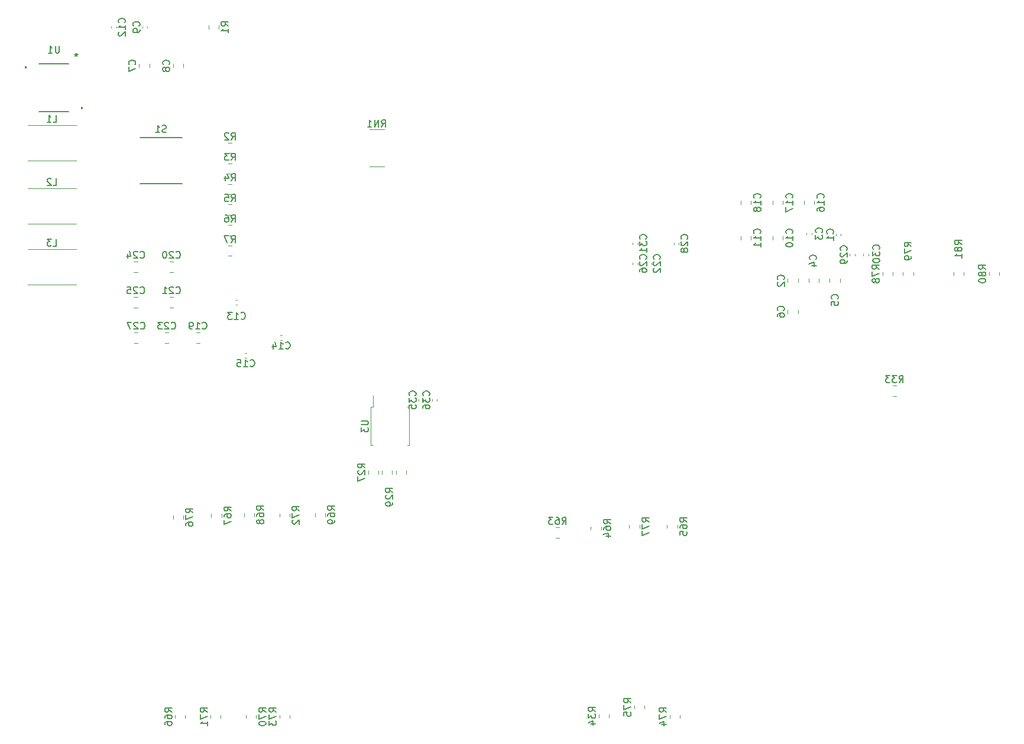
<source format=gbr>
%TF.GenerationSoftware,KiCad,Pcbnew,7.0.2*%
%TF.CreationDate,2023-07-10T01:25:34+02:00*%
%TF.ProjectId,FPGA_V2,46504741-5f56-4322-9e6b-696361645f70,rev?*%
%TF.SameCoordinates,Original*%
%TF.FileFunction,Legend,Bot*%
%TF.FilePolarity,Positive*%
%FSLAX46Y46*%
G04 Gerber Fmt 4.6, Leading zero omitted, Abs format (unit mm)*
G04 Created by KiCad (PCBNEW 7.0.2) date 2023-07-10 01:25:34*
%MOMM*%
%LPD*%
G01*
G04 APERTURE LIST*
%ADD10C,0.150000*%
%ADD11C,0.120000*%
%ADD12C,0.152400*%
%ADD13C,0.200000*%
G04 APERTURE END LIST*
D10*
%TO.C,C17*%
X128577380Y-46027142D02*
X128625000Y-45979523D01*
X128625000Y-45979523D02*
X128672619Y-45836666D01*
X128672619Y-45836666D02*
X128672619Y-45741428D01*
X128672619Y-45741428D02*
X128625000Y-45598571D01*
X128625000Y-45598571D02*
X128529761Y-45503333D01*
X128529761Y-45503333D02*
X128434523Y-45455714D01*
X128434523Y-45455714D02*
X128244047Y-45408095D01*
X128244047Y-45408095D02*
X128101190Y-45408095D01*
X128101190Y-45408095D02*
X127910714Y-45455714D01*
X127910714Y-45455714D02*
X127815476Y-45503333D01*
X127815476Y-45503333D02*
X127720238Y-45598571D01*
X127720238Y-45598571D02*
X127672619Y-45741428D01*
X127672619Y-45741428D02*
X127672619Y-45836666D01*
X127672619Y-45836666D02*
X127720238Y-45979523D01*
X127720238Y-45979523D02*
X127767857Y-46027142D01*
X128672619Y-46979523D02*
X128672619Y-46408095D01*
X128672619Y-46693809D02*
X127672619Y-46693809D01*
X127672619Y-46693809D02*
X127815476Y-46598571D01*
X127815476Y-46598571D02*
X127910714Y-46503333D01*
X127910714Y-46503333D02*
X127958333Y-46408095D01*
X127672619Y-47312857D02*
X127672619Y-47979523D01*
X127672619Y-47979523D02*
X128672619Y-47550952D01*
%TO.C,C24*%
X35212857Y-54567380D02*
X35260476Y-54615000D01*
X35260476Y-54615000D02*
X35403333Y-54662619D01*
X35403333Y-54662619D02*
X35498571Y-54662619D01*
X35498571Y-54662619D02*
X35641428Y-54615000D01*
X35641428Y-54615000D02*
X35736666Y-54519761D01*
X35736666Y-54519761D02*
X35784285Y-54424523D01*
X35784285Y-54424523D02*
X35831904Y-54234047D01*
X35831904Y-54234047D02*
X35831904Y-54091190D01*
X35831904Y-54091190D02*
X35784285Y-53900714D01*
X35784285Y-53900714D02*
X35736666Y-53805476D01*
X35736666Y-53805476D02*
X35641428Y-53710238D01*
X35641428Y-53710238D02*
X35498571Y-53662619D01*
X35498571Y-53662619D02*
X35403333Y-53662619D01*
X35403333Y-53662619D02*
X35260476Y-53710238D01*
X35260476Y-53710238D02*
X35212857Y-53757857D01*
X34831904Y-53757857D02*
X34784285Y-53710238D01*
X34784285Y-53710238D02*
X34689047Y-53662619D01*
X34689047Y-53662619D02*
X34450952Y-53662619D01*
X34450952Y-53662619D02*
X34355714Y-53710238D01*
X34355714Y-53710238D02*
X34308095Y-53757857D01*
X34308095Y-53757857D02*
X34260476Y-53853095D01*
X34260476Y-53853095D02*
X34260476Y-53948333D01*
X34260476Y-53948333D02*
X34308095Y-54091190D01*
X34308095Y-54091190D02*
X34879523Y-54662619D01*
X34879523Y-54662619D02*
X34260476Y-54662619D01*
X33403333Y-53995952D02*
X33403333Y-54662619D01*
X33641428Y-53615000D02*
X33879523Y-54329285D01*
X33879523Y-54329285D02*
X33260476Y-54329285D01*
%TO.C,RN1*%
X69770476Y-35812619D02*
X70103809Y-35336428D01*
X70341904Y-35812619D02*
X70341904Y-34812619D01*
X70341904Y-34812619D02*
X69960952Y-34812619D01*
X69960952Y-34812619D02*
X69865714Y-34860238D01*
X69865714Y-34860238D02*
X69818095Y-34907857D01*
X69818095Y-34907857D02*
X69770476Y-35003095D01*
X69770476Y-35003095D02*
X69770476Y-35145952D01*
X69770476Y-35145952D02*
X69818095Y-35241190D01*
X69818095Y-35241190D02*
X69865714Y-35288809D01*
X69865714Y-35288809D02*
X69960952Y-35336428D01*
X69960952Y-35336428D02*
X70341904Y-35336428D01*
X69341904Y-35812619D02*
X69341904Y-34812619D01*
X69341904Y-34812619D02*
X68770476Y-35812619D01*
X68770476Y-35812619D02*
X68770476Y-34812619D01*
X67770476Y-35812619D02*
X68341904Y-35812619D01*
X68056190Y-35812619D02*
X68056190Y-34812619D01*
X68056190Y-34812619D02*
X68151428Y-34955476D01*
X68151428Y-34955476D02*
X68246666Y-35050714D01*
X68246666Y-35050714D02*
X68341904Y-35098333D01*
%TO.C,R33*%
X143882857Y-72472619D02*
X144216190Y-71996428D01*
X144454285Y-72472619D02*
X144454285Y-71472619D01*
X144454285Y-71472619D02*
X144073333Y-71472619D01*
X144073333Y-71472619D02*
X143978095Y-71520238D01*
X143978095Y-71520238D02*
X143930476Y-71567857D01*
X143930476Y-71567857D02*
X143882857Y-71663095D01*
X143882857Y-71663095D02*
X143882857Y-71805952D01*
X143882857Y-71805952D02*
X143930476Y-71901190D01*
X143930476Y-71901190D02*
X143978095Y-71948809D01*
X143978095Y-71948809D02*
X144073333Y-71996428D01*
X144073333Y-71996428D02*
X144454285Y-71996428D01*
X143549523Y-71472619D02*
X142930476Y-71472619D01*
X142930476Y-71472619D02*
X143263809Y-71853571D01*
X143263809Y-71853571D02*
X143120952Y-71853571D01*
X143120952Y-71853571D02*
X143025714Y-71901190D01*
X143025714Y-71901190D02*
X142978095Y-71948809D01*
X142978095Y-71948809D02*
X142930476Y-72044047D01*
X142930476Y-72044047D02*
X142930476Y-72282142D01*
X142930476Y-72282142D02*
X142978095Y-72377380D01*
X142978095Y-72377380D02*
X143025714Y-72425000D01*
X143025714Y-72425000D02*
X143120952Y-72472619D01*
X143120952Y-72472619D02*
X143406666Y-72472619D01*
X143406666Y-72472619D02*
X143501904Y-72425000D01*
X143501904Y-72425000D02*
X143549523Y-72377380D01*
X142597142Y-71472619D02*
X141978095Y-71472619D01*
X141978095Y-71472619D02*
X142311428Y-71853571D01*
X142311428Y-71853571D02*
X142168571Y-71853571D01*
X142168571Y-71853571D02*
X142073333Y-71901190D01*
X142073333Y-71901190D02*
X142025714Y-71948809D01*
X142025714Y-71948809D02*
X141978095Y-72044047D01*
X141978095Y-72044047D02*
X141978095Y-72282142D01*
X141978095Y-72282142D02*
X142025714Y-72377380D01*
X142025714Y-72377380D02*
X142073333Y-72425000D01*
X142073333Y-72425000D02*
X142168571Y-72472619D01*
X142168571Y-72472619D02*
X142454285Y-72472619D01*
X142454285Y-72472619D02*
X142549523Y-72425000D01*
X142549523Y-72425000D02*
X142597142Y-72377380D01*
%TO.C,C10*%
X128577380Y-51107142D02*
X128625000Y-51059523D01*
X128625000Y-51059523D02*
X128672619Y-50916666D01*
X128672619Y-50916666D02*
X128672619Y-50821428D01*
X128672619Y-50821428D02*
X128625000Y-50678571D01*
X128625000Y-50678571D02*
X128529761Y-50583333D01*
X128529761Y-50583333D02*
X128434523Y-50535714D01*
X128434523Y-50535714D02*
X128244047Y-50488095D01*
X128244047Y-50488095D02*
X128101190Y-50488095D01*
X128101190Y-50488095D02*
X127910714Y-50535714D01*
X127910714Y-50535714D02*
X127815476Y-50583333D01*
X127815476Y-50583333D02*
X127720238Y-50678571D01*
X127720238Y-50678571D02*
X127672619Y-50821428D01*
X127672619Y-50821428D02*
X127672619Y-50916666D01*
X127672619Y-50916666D02*
X127720238Y-51059523D01*
X127720238Y-51059523D02*
X127767857Y-51107142D01*
X128672619Y-52059523D02*
X128672619Y-51488095D01*
X128672619Y-51773809D02*
X127672619Y-51773809D01*
X127672619Y-51773809D02*
X127815476Y-51678571D01*
X127815476Y-51678571D02*
X127910714Y-51583333D01*
X127910714Y-51583333D02*
X127958333Y-51488095D01*
X127672619Y-52678571D02*
X127672619Y-52773809D01*
X127672619Y-52773809D02*
X127720238Y-52869047D01*
X127720238Y-52869047D02*
X127767857Y-52916666D01*
X127767857Y-52916666D02*
X127863095Y-52964285D01*
X127863095Y-52964285D02*
X128053571Y-53011904D01*
X128053571Y-53011904D02*
X128291666Y-53011904D01*
X128291666Y-53011904D02*
X128482142Y-52964285D01*
X128482142Y-52964285D02*
X128577380Y-52916666D01*
X128577380Y-52916666D02*
X128625000Y-52869047D01*
X128625000Y-52869047D02*
X128672619Y-52773809D01*
X128672619Y-52773809D02*
X128672619Y-52678571D01*
X128672619Y-52678571D02*
X128625000Y-52583333D01*
X128625000Y-52583333D02*
X128577380Y-52535714D01*
X128577380Y-52535714D02*
X128482142Y-52488095D01*
X128482142Y-52488095D02*
X128291666Y-52440476D01*
X128291666Y-52440476D02*
X128053571Y-52440476D01*
X128053571Y-52440476D02*
X127863095Y-52488095D01*
X127863095Y-52488095D02*
X127767857Y-52535714D01*
X127767857Y-52535714D02*
X127720238Y-52583333D01*
X127720238Y-52583333D02*
X127672619Y-52678571D01*
%TO.C,C36*%
X76577380Y-74334742D02*
X76625000Y-74287123D01*
X76625000Y-74287123D02*
X76672619Y-74144266D01*
X76672619Y-74144266D02*
X76672619Y-74049028D01*
X76672619Y-74049028D02*
X76625000Y-73906171D01*
X76625000Y-73906171D02*
X76529761Y-73810933D01*
X76529761Y-73810933D02*
X76434523Y-73763314D01*
X76434523Y-73763314D02*
X76244047Y-73715695D01*
X76244047Y-73715695D02*
X76101190Y-73715695D01*
X76101190Y-73715695D02*
X75910714Y-73763314D01*
X75910714Y-73763314D02*
X75815476Y-73810933D01*
X75815476Y-73810933D02*
X75720238Y-73906171D01*
X75720238Y-73906171D02*
X75672619Y-74049028D01*
X75672619Y-74049028D02*
X75672619Y-74144266D01*
X75672619Y-74144266D02*
X75720238Y-74287123D01*
X75720238Y-74287123D02*
X75767857Y-74334742D01*
X75672619Y-74668076D02*
X75672619Y-75287123D01*
X75672619Y-75287123D02*
X76053571Y-74953790D01*
X76053571Y-74953790D02*
X76053571Y-75096647D01*
X76053571Y-75096647D02*
X76101190Y-75191885D01*
X76101190Y-75191885D02*
X76148809Y-75239504D01*
X76148809Y-75239504D02*
X76244047Y-75287123D01*
X76244047Y-75287123D02*
X76482142Y-75287123D01*
X76482142Y-75287123D02*
X76577380Y-75239504D01*
X76577380Y-75239504D02*
X76625000Y-75191885D01*
X76625000Y-75191885D02*
X76672619Y-75096647D01*
X76672619Y-75096647D02*
X76672619Y-74810933D01*
X76672619Y-74810933D02*
X76625000Y-74715695D01*
X76625000Y-74715695D02*
X76577380Y-74668076D01*
X75672619Y-76144266D02*
X75672619Y-75953790D01*
X75672619Y-75953790D02*
X75720238Y-75858552D01*
X75720238Y-75858552D02*
X75767857Y-75810933D01*
X75767857Y-75810933D02*
X75910714Y-75715695D01*
X75910714Y-75715695D02*
X76101190Y-75668076D01*
X76101190Y-75668076D02*
X76482142Y-75668076D01*
X76482142Y-75668076D02*
X76577380Y-75715695D01*
X76577380Y-75715695D02*
X76625000Y-75763314D01*
X76625000Y-75763314D02*
X76672619Y-75858552D01*
X76672619Y-75858552D02*
X76672619Y-76049028D01*
X76672619Y-76049028D02*
X76625000Y-76144266D01*
X76625000Y-76144266D02*
X76577380Y-76191885D01*
X76577380Y-76191885D02*
X76482142Y-76239504D01*
X76482142Y-76239504D02*
X76244047Y-76239504D01*
X76244047Y-76239504D02*
X76148809Y-76191885D01*
X76148809Y-76191885D02*
X76101190Y-76144266D01*
X76101190Y-76144266D02*
X76053571Y-76049028D01*
X76053571Y-76049028D02*
X76053571Y-75858552D01*
X76053571Y-75858552D02*
X76101190Y-75763314D01*
X76101190Y-75763314D02*
X76148809Y-75715695D01*
X76148809Y-75715695D02*
X76244047Y-75668076D01*
%TO.C,R75*%
X105492619Y-118392142D02*
X105016428Y-118058809D01*
X105492619Y-117820714D02*
X104492619Y-117820714D01*
X104492619Y-117820714D02*
X104492619Y-118201666D01*
X104492619Y-118201666D02*
X104540238Y-118296904D01*
X104540238Y-118296904D02*
X104587857Y-118344523D01*
X104587857Y-118344523D02*
X104683095Y-118392142D01*
X104683095Y-118392142D02*
X104825952Y-118392142D01*
X104825952Y-118392142D02*
X104921190Y-118344523D01*
X104921190Y-118344523D02*
X104968809Y-118296904D01*
X104968809Y-118296904D02*
X105016428Y-118201666D01*
X105016428Y-118201666D02*
X105016428Y-117820714D01*
X104492619Y-118725476D02*
X104492619Y-119392142D01*
X104492619Y-119392142D02*
X105492619Y-118963571D01*
X104492619Y-120249285D02*
X104492619Y-119773095D01*
X104492619Y-119773095D02*
X104968809Y-119725476D01*
X104968809Y-119725476D02*
X104921190Y-119773095D01*
X104921190Y-119773095D02*
X104873571Y-119868333D01*
X104873571Y-119868333D02*
X104873571Y-120106428D01*
X104873571Y-120106428D02*
X104921190Y-120201666D01*
X104921190Y-120201666D02*
X104968809Y-120249285D01*
X104968809Y-120249285D02*
X105064047Y-120296904D01*
X105064047Y-120296904D02*
X105302142Y-120296904D01*
X105302142Y-120296904D02*
X105397380Y-120249285D01*
X105397380Y-120249285D02*
X105445000Y-120201666D01*
X105445000Y-120201666D02*
X105492619Y-120106428D01*
X105492619Y-120106428D02*
X105492619Y-119868333D01*
X105492619Y-119868333D02*
X105445000Y-119773095D01*
X105445000Y-119773095D02*
X105397380Y-119725476D01*
%TO.C,C4*%
X131942470Y-54829742D02*
X131990090Y-54782123D01*
X131990090Y-54782123D02*
X132037709Y-54639266D01*
X132037709Y-54639266D02*
X132037709Y-54544028D01*
X132037709Y-54544028D02*
X131990090Y-54401171D01*
X131990090Y-54401171D02*
X131894851Y-54305933D01*
X131894851Y-54305933D02*
X131799613Y-54258314D01*
X131799613Y-54258314D02*
X131609137Y-54210695D01*
X131609137Y-54210695D02*
X131466280Y-54210695D01*
X131466280Y-54210695D02*
X131275804Y-54258314D01*
X131275804Y-54258314D02*
X131180566Y-54305933D01*
X131180566Y-54305933D02*
X131085328Y-54401171D01*
X131085328Y-54401171D02*
X131037709Y-54544028D01*
X131037709Y-54544028D02*
X131037709Y-54639266D01*
X131037709Y-54639266D02*
X131085328Y-54782123D01*
X131085328Y-54782123D02*
X131132947Y-54829742D01*
X131371042Y-55686885D02*
X132037709Y-55686885D01*
X130990090Y-55448790D02*
X131704375Y-55210695D01*
X131704375Y-55210695D02*
X131704375Y-55829742D01*
%TO.C,C16*%
X133040280Y-46021542D02*
X133087900Y-45973923D01*
X133087900Y-45973923D02*
X133135519Y-45831066D01*
X133135519Y-45831066D02*
X133135519Y-45735828D01*
X133135519Y-45735828D02*
X133087900Y-45592971D01*
X133087900Y-45592971D02*
X132992661Y-45497733D01*
X132992661Y-45497733D02*
X132897423Y-45450114D01*
X132897423Y-45450114D02*
X132706947Y-45402495D01*
X132706947Y-45402495D02*
X132564090Y-45402495D01*
X132564090Y-45402495D02*
X132373614Y-45450114D01*
X132373614Y-45450114D02*
X132278376Y-45497733D01*
X132278376Y-45497733D02*
X132183138Y-45592971D01*
X132183138Y-45592971D02*
X132135519Y-45735828D01*
X132135519Y-45735828D02*
X132135519Y-45831066D01*
X132135519Y-45831066D02*
X132183138Y-45973923D01*
X132183138Y-45973923D02*
X132230757Y-46021542D01*
X133135519Y-46973923D02*
X133135519Y-46402495D01*
X133135519Y-46688209D02*
X132135519Y-46688209D01*
X132135519Y-46688209D02*
X132278376Y-46592971D01*
X132278376Y-46592971D02*
X132373614Y-46497733D01*
X132373614Y-46497733D02*
X132421233Y-46402495D01*
X132135519Y-47831066D02*
X132135519Y-47640590D01*
X132135519Y-47640590D02*
X132183138Y-47545352D01*
X132183138Y-47545352D02*
X132230757Y-47497733D01*
X132230757Y-47497733D02*
X132373614Y-47402495D01*
X132373614Y-47402495D02*
X132564090Y-47354876D01*
X132564090Y-47354876D02*
X132945042Y-47354876D01*
X132945042Y-47354876D02*
X133040280Y-47402495D01*
X133040280Y-47402495D02*
X133087900Y-47450114D01*
X133087900Y-47450114D02*
X133135519Y-47545352D01*
X133135519Y-47545352D02*
X133135519Y-47735828D01*
X133135519Y-47735828D02*
X133087900Y-47831066D01*
X133087900Y-47831066D02*
X133040280Y-47878685D01*
X133040280Y-47878685D02*
X132945042Y-47926304D01*
X132945042Y-47926304D02*
X132706947Y-47926304D01*
X132706947Y-47926304D02*
X132611709Y-47878685D01*
X132611709Y-47878685D02*
X132564090Y-47831066D01*
X132564090Y-47831066D02*
X132516471Y-47735828D01*
X132516471Y-47735828D02*
X132516471Y-47545352D01*
X132516471Y-47545352D02*
X132564090Y-47450114D01*
X132564090Y-47450114D02*
X132611709Y-47402495D01*
X132611709Y-47402495D02*
X132706947Y-47354876D01*
%TO.C,R77*%
X108079519Y-92456742D02*
X107603328Y-92123409D01*
X108079519Y-91885314D02*
X107079519Y-91885314D01*
X107079519Y-91885314D02*
X107079519Y-92266266D01*
X107079519Y-92266266D02*
X107127138Y-92361504D01*
X107127138Y-92361504D02*
X107174757Y-92409123D01*
X107174757Y-92409123D02*
X107269995Y-92456742D01*
X107269995Y-92456742D02*
X107412852Y-92456742D01*
X107412852Y-92456742D02*
X107508090Y-92409123D01*
X107508090Y-92409123D02*
X107555709Y-92361504D01*
X107555709Y-92361504D02*
X107603328Y-92266266D01*
X107603328Y-92266266D02*
X107603328Y-91885314D01*
X107079519Y-92790076D02*
X107079519Y-93456742D01*
X107079519Y-93456742D02*
X108079519Y-93028171D01*
X107079519Y-93742457D02*
X107079519Y-94409123D01*
X107079519Y-94409123D02*
X108079519Y-93980552D01*
%TO.C,R81*%
X152862619Y-52697142D02*
X152386428Y-52363809D01*
X152862619Y-52125714D02*
X151862619Y-52125714D01*
X151862619Y-52125714D02*
X151862619Y-52506666D01*
X151862619Y-52506666D02*
X151910238Y-52601904D01*
X151910238Y-52601904D02*
X151957857Y-52649523D01*
X151957857Y-52649523D02*
X152053095Y-52697142D01*
X152053095Y-52697142D02*
X152195952Y-52697142D01*
X152195952Y-52697142D02*
X152291190Y-52649523D01*
X152291190Y-52649523D02*
X152338809Y-52601904D01*
X152338809Y-52601904D02*
X152386428Y-52506666D01*
X152386428Y-52506666D02*
X152386428Y-52125714D01*
X152291190Y-53268571D02*
X152243571Y-53173333D01*
X152243571Y-53173333D02*
X152195952Y-53125714D01*
X152195952Y-53125714D02*
X152100714Y-53078095D01*
X152100714Y-53078095D02*
X152053095Y-53078095D01*
X152053095Y-53078095D02*
X151957857Y-53125714D01*
X151957857Y-53125714D02*
X151910238Y-53173333D01*
X151910238Y-53173333D02*
X151862619Y-53268571D01*
X151862619Y-53268571D02*
X151862619Y-53459047D01*
X151862619Y-53459047D02*
X151910238Y-53554285D01*
X151910238Y-53554285D02*
X151957857Y-53601904D01*
X151957857Y-53601904D02*
X152053095Y-53649523D01*
X152053095Y-53649523D02*
X152100714Y-53649523D01*
X152100714Y-53649523D02*
X152195952Y-53601904D01*
X152195952Y-53601904D02*
X152243571Y-53554285D01*
X152243571Y-53554285D02*
X152291190Y-53459047D01*
X152291190Y-53459047D02*
X152291190Y-53268571D01*
X152291190Y-53268571D02*
X152338809Y-53173333D01*
X152338809Y-53173333D02*
X152386428Y-53125714D01*
X152386428Y-53125714D02*
X152481666Y-53078095D01*
X152481666Y-53078095D02*
X152672142Y-53078095D01*
X152672142Y-53078095D02*
X152767380Y-53125714D01*
X152767380Y-53125714D02*
X152815000Y-53173333D01*
X152815000Y-53173333D02*
X152862619Y-53268571D01*
X152862619Y-53268571D02*
X152862619Y-53459047D01*
X152862619Y-53459047D02*
X152815000Y-53554285D01*
X152815000Y-53554285D02*
X152767380Y-53601904D01*
X152767380Y-53601904D02*
X152672142Y-53649523D01*
X152672142Y-53649523D02*
X152481666Y-53649523D01*
X152481666Y-53649523D02*
X152386428Y-53601904D01*
X152386428Y-53601904D02*
X152338809Y-53554285D01*
X152338809Y-53554285D02*
X152291190Y-53459047D01*
X152862619Y-54601904D02*
X152862619Y-54030476D01*
X152862619Y-54316190D02*
X151862619Y-54316190D01*
X151862619Y-54316190D02*
X152005476Y-54220952D01*
X152005476Y-54220952D02*
X152100714Y-54125714D01*
X152100714Y-54125714D02*
X152148333Y-54030476D01*
%TO.C,R78*%
X141052619Y-56237142D02*
X140576428Y-55903809D01*
X141052619Y-55665714D02*
X140052619Y-55665714D01*
X140052619Y-55665714D02*
X140052619Y-56046666D01*
X140052619Y-56046666D02*
X140100238Y-56141904D01*
X140100238Y-56141904D02*
X140147857Y-56189523D01*
X140147857Y-56189523D02*
X140243095Y-56237142D01*
X140243095Y-56237142D02*
X140385952Y-56237142D01*
X140385952Y-56237142D02*
X140481190Y-56189523D01*
X140481190Y-56189523D02*
X140528809Y-56141904D01*
X140528809Y-56141904D02*
X140576428Y-56046666D01*
X140576428Y-56046666D02*
X140576428Y-55665714D01*
X140052619Y-56570476D02*
X140052619Y-57237142D01*
X140052619Y-57237142D02*
X141052619Y-56808571D01*
X140481190Y-57760952D02*
X140433571Y-57665714D01*
X140433571Y-57665714D02*
X140385952Y-57618095D01*
X140385952Y-57618095D02*
X140290714Y-57570476D01*
X140290714Y-57570476D02*
X140243095Y-57570476D01*
X140243095Y-57570476D02*
X140147857Y-57618095D01*
X140147857Y-57618095D02*
X140100238Y-57665714D01*
X140100238Y-57665714D02*
X140052619Y-57760952D01*
X140052619Y-57760952D02*
X140052619Y-57951428D01*
X140052619Y-57951428D02*
X140100238Y-58046666D01*
X140100238Y-58046666D02*
X140147857Y-58094285D01*
X140147857Y-58094285D02*
X140243095Y-58141904D01*
X140243095Y-58141904D02*
X140290714Y-58141904D01*
X140290714Y-58141904D02*
X140385952Y-58094285D01*
X140385952Y-58094285D02*
X140433571Y-58046666D01*
X140433571Y-58046666D02*
X140481190Y-57951428D01*
X140481190Y-57951428D02*
X140481190Y-57760952D01*
X140481190Y-57760952D02*
X140528809Y-57665714D01*
X140528809Y-57665714D02*
X140576428Y-57618095D01*
X140576428Y-57618095D02*
X140671666Y-57570476D01*
X140671666Y-57570476D02*
X140862142Y-57570476D01*
X140862142Y-57570476D02*
X140957380Y-57618095D01*
X140957380Y-57618095D02*
X141005000Y-57665714D01*
X141005000Y-57665714D02*
X141052619Y-57760952D01*
X141052619Y-57760952D02*
X141052619Y-57951428D01*
X141052619Y-57951428D02*
X141005000Y-58046666D01*
X141005000Y-58046666D02*
X140957380Y-58094285D01*
X140957380Y-58094285D02*
X140862142Y-58141904D01*
X140862142Y-58141904D02*
X140671666Y-58141904D01*
X140671666Y-58141904D02*
X140576428Y-58094285D01*
X140576428Y-58094285D02*
X140528809Y-58046666D01*
X140528809Y-58046666D02*
X140481190Y-57951428D01*
%TO.C,R6*%
X48236666Y-49452619D02*
X48569999Y-48976428D01*
X48808094Y-49452619D02*
X48808094Y-48452619D01*
X48808094Y-48452619D02*
X48427142Y-48452619D01*
X48427142Y-48452619D02*
X48331904Y-48500238D01*
X48331904Y-48500238D02*
X48284285Y-48547857D01*
X48284285Y-48547857D02*
X48236666Y-48643095D01*
X48236666Y-48643095D02*
X48236666Y-48785952D01*
X48236666Y-48785952D02*
X48284285Y-48881190D01*
X48284285Y-48881190D02*
X48331904Y-48928809D01*
X48331904Y-48928809D02*
X48427142Y-48976428D01*
X48427142Y-48976428D02*
X48808094Y-48976428D01*
X47379523Y-48452619D02*
X47569999Y-48452619D01*
X47569999Y-48452619D02*
X47665237Y-48500238D01*
X47665237Y-48500238D02*
X47712856Y-48547857D01*
X47712856Y-48547857D02*
X47808094Y-48690714D01*
X47808094Y-48690714D02*
X47855713Y-48881190D01*
X47855713Y-48881190D02*
X47855713Y-49262142D01*
X47855713Y-49262142D02*
X47808094Y-49357380D01*
X47808094Y-49357380D02*
X47760475Y-49405000D01*
X47760475Y-49405000D02*
X47665237Y-49452619D01*
X47665237Y-49452619D02*
X47474761Y-49452619D01*
X47474761Y-49452619D02*
X47379523Y-49405000D01*
X47379523Y-49405000D02*
X47331904Y-49357380D01*
X47331904Y-49357380D02*
X47284285Y-49262142D01*
X47284285Y-49262142D02*
X47284285Y-49024047D01*
X47284285Y-49024047D02*
X47331904Y-48928809D01*
X47331904Y-48928809D02*
X47379523Y-48881190D01*
X47379523Y-48881190D02*
X47474761Y-48833571D01*
X47474761Y-48833571D02*
X47665237Y-48833571D01*
X47665237Y-48833571D02*
X47760475Y-48881190D01*
X47760475Y-48881190D02*
X47808094Y-48928809D01*
X47808094Y-48928809D02*
X47855713Y-49024047D01*
%TO.C,R76*%
X42752619Y-91142142D02*
X42276428Y-90808809D01*
X42752619Y-90570714D02*
X41752619Y-90570714D01*
X41752619Y-90570714D02*
X41752619Y-90951666D01*
X41752619Y-90951666D02*
X41800238Y-91046904D01*
X41800238Y-91046904D02*
X41847857Y-91094523D01*
X41847857Y-91094523D02*
X41943095Y-91142142D01*
X41943095Y-91142142D02*
X42085952Y-91142142D01*
X42085952Y-91142142D02*
X42181190Y-91094523D01*
X42181190Y-91094523D02*
X42228809Y-91046904D01*
X42228809Y-91046904D02*
X42276428Y-90951666D01*
X42276428Y-90951666D02*
X42276428Y-90570714D01*
X41752619Y-91475476D02*
X41752619Y-92142142D01*
X41752619Y-92142142D02*
X42752619Y-91713571D01*
X41752619Y-92951666D02*
X41752619Y-92761190D01*
X41752619Y-92761190D02*
X41800238Y-92665952D01*
X41800238Y-92665952D02*
X41847857Y-92618333D01*
X41847857Y-92618333D02*
X41990714Y-92523095D01*
X41990714Y-92523095D02*
X42181190Y-92475476D01*
X42181190Y-92475476D02*
X42562142Y-92475476D01*
X42562142Y-92475476D02*
X42657380Y-92523095D01*
X42657380Y-92523095D02*
X42705000Y-92570714D01*
X42705000Y-92570714D02*
X42752619Y-92665952D01*
X42752619Y-92665952D02*
X42752619Y-92856428D01*
X42752619Y-92856428D02*
X42705000Y-92951666D01*
X42705000Y-92951666D02*
X42657380Y-92999285D01*
X42657380Y-92999285D02*
X42562142Y-93046904D01*
X42562142Y-93046904D02*
X42324047Y-93046904D01*
X42324047Y-93046904D02*
X42228809Y-92999285D01*
X42228809Y-92999285D02*
X42181190Y-92951666D01*
X42181190Y-92951666D02*
X42133571Y-92856428D01*
X42133571Y-92856428D02*
X42133571Y-92665952D01*
X42133571Y-92665952D02*
X42181190Y-92570714D01*
X42181190Y-92570714D02*
X42228809Y-92523095D01*
X42228809Y-92523095D02*
X42324047Y-92475476D01*
%TO.C,C21*%
X40332857Y-59647380D02*
X40380476Y-59695000D01*
X40380476Y-59695000D02*
X40523333Y-59742619D01*
X40523333Y-59742619D02*
X40618571Y-59742619D01*
X40618571Y-59742619D02*
X40761428Y-59695000D01*
X40761428Y-59695000D02*
X40856666Y-59599761D01*
X40856666Y-59599761D02*
X40904285Y-59504523D01*
X40904285Y-59504523D02*
X40951904Y-59314047D01*
X40951904Y-59314047D02*
X40951904Y-59171190D01*
X40951904Y-59171190D02*
X40904285Y-58980714D01*
X40904285Y-58980714D02*
X40856666Y-58885476D01*
X40856666Y-58885476D02*
X40761428Y-58790238D01*
X40761428Y-58790238D02*
X40618571Y-58742619D01*
X40618571Y-58742619D02*
X40523333Y-58742619D01*
X40523333Y-58742619D02*
X40380476Y-58790238D01*
X40380476Y-58790238D02*
X40332857Y-58837857D01*
X39951904Y-58837857D02*
X39904285Y-58790238D01*
X39904285Y-58790238D02*
X39809047Y-58742619D01*
X39809047Y-58742619D02*
X39570952Y-58742619D01*
X39570952Y-58742619D02*
X39475714Y-58790238D01*
X39475714Y-58790238D02*
X39428095Y-58837857D01*
X39428095Y-58837857D02*
X39380476Y-58933095D01*
X39380476Y-58933095D02*
X39380476Y-59028333D01*
X39380476Y-59028333D02*
X39428095Y-59171190D01*
X39428095Y-59171190D02*
X39999523Y-59742619D01*
X39999523Y-59742619D02*
X39380476Y-59742619D01*
X38428095Y-59742619D02*
X38999523Y-59742619D01*
X38713809Y-59742619D02*
X38713809Y-58742619D01*
X38713809Y-58742619D02*
X38809047Y-58885476D01*
X38809047Y-58885476D02*
X38904285Y-58980714D01*
X38904285Y-58980714D02*
X38999523Y-59028333D01*
%TO.C,C27*%
X35252857Y-64727380D02*
X35300476Y-64775000D01*
X35300476Y-64775000D02*
X35443333Y-64822619D01*
X35443333Y-64822619D02*
X35538571Y-64822619D01*
X35538571Y-64822619D02*
X35681428Y-64775000D01*
X35681428Y-64775000D02*
X35776666Y-64679761D01*
X35776666Y-64679761D02*
X35824285Y-64584523D01*
X35824285Y-64584523D02*
X35871904Y-64394047D01*
X35871904Y-64394047D02*
X35871904Y-64251190D01*
X35871904Y-64251190D02*
X35824285Y-64060714D01*
X35824285Y-64060714D02*
X35776666Y-63965476D01*
X35776666Y-63965476D02*
X35681428Y-63870238D01*
X35681428Y-63870238D02*
X35538571Y-63822619D01*
X35538571Y-63822619D02*
X35443333Y-63822619D01*
X35443333Y-63822619D02*
X35300476Y-63870238D01*
X35300476Y-63870238D02*
X35252857Y-63917857D01*
X34871904Y-63917857D02*
X34824285Y-63870238D01*
X34824285Y-63870238D02*
X34729047Y-63822619D01*
X34729047Y-63822619D02*
X34490952Y-63822619D01*
X34490952Y-63822619D02*
X34395714Y-63870238D01*
X34395714Y-63870238D02*
X34348095Y-63917857D01*
X34348095Y-63917857D02*
X34300476Y-64013095D01*
X34300476Y-64013095D02*
X34300476Y-64108333D01*
X34300476Y-64108333D02*
X34348095Y-64251190D01*
X34348095Y-64251190D02*
X34919523Y-64822619D01*
X34919523Y-64822619D02*
X34300476Y-64822619D01*
X33967142Y-63822619D02*
X33300476Y-63822619D01*
X33300476Y-63822619D02*
X33729047Y-64822619D01*
%TO.C,C11*%
X123967380Y-51107142D02*
X124015000Y-51059523D01*
X124015000Y-51059523D02*
X124062619Y-50916666D01*
X124062619Y-50916666D02*
X124062619Y-50821428D01*
X124062619Y-50821428D02*
X124015000Y-50678571D01*
X124015000Y-50678571D02*
X123919761Y-50583333D01*
X123919761Y-50583333D02*
X123824523Y-50535714D01*
X123824523Y-50535714D02*
X123634047Y-50488095D01*
X123634047Y-50488095D02*
X123491190Y-50488095D01*
X123491190Y-50488095D02*
X123300714Y-50535714D01*
X123300714Y-50535714D02*
X123205476Y-50583333D01*
X123205476Y-50583333D02*
X123110238Y-50678571D01*
X123110238Y-50678571D02*
X123062619Y-50821428D01*
X123062619Y-50821428D02*
X123062619Y-50916666D01*
X123062619Y-50916666D02*
X123110238Y-51059523D01*
X123110238Y-51059523D02*
X123157857Y-51107142D01*
X124062619Y-52059523D02*
X124062619Y-51488095D01*
X124062619Y-51773809D02*
X123062619Y-51773809D01*
X123062619Y-51773809D02*
X123205476Y-51678571D01*
X123205476Y-51678571D02*
X123300714Y-51583333D01*
X123300714Y-51583333D02*
X123348333Y-51488095D01*
X124062619Y-53011904D02*
X124062619Y-52440476D01*
X124062619Y-52726190D02*
X123062619Y-52726190D01*
X123062619Y-52726190D02*
X123205476Y-52630952D01*
X123205476Y-52630952D02*
X123300714Y-52535714D01*
X123300714Y-52535714D02*
X123348333Y-52440476D01*
%TO.C,R73*%
X54692619Y-119732542D02*
X54216428Y-119399209D01*
X54692619Y-119161114D02*
X53692619Y-119161114D01*
X53692619Y-119161114D02*
X53692619Y-119542066D01*
X53692619Y-119542066D02*
X53740238Y-119637304D01*
X53740238Y-119637304D02*
X53787857Y-119684923D01*
X53787857Y-119684923D02*
X53883095Y-119732542D01*
X53883095Y-119732542D02*
X54025952Y-119732542D01*
X54025952Y-119732542D02*
X54121190Y-119684923D01*
X54121190Y-119684923D02*
X54168809Y-119637304D01*
X54168809Y-119637304D02*
X54216428Y-119542066D01*
X54216428Y-119542066D02*
X54216428Y-119161114D01*
X53692619Y-120065876D02*
X53692619Y-120732542D01*
X53692619Y-120732542D02*
X54692619Y-120303971D01*
X53692619Y-121018257D02*
X53692619Y-121637304D01*
X53692619Y-121637304D02*
X54073571Y-121303971D01*
X54073571Y-121303971D02*
X54073571Y-121446828D01*
X54073571Y-121446828D02*
X54121190Y-121542066D01*
X54121190Y-121542066D02*
X54168809Y-121589685D01*
X54168809Y-121589685D02*
X54264047Y-121637304D01*
X54264047Y-121637304D02*
X54502142Y-121637304D01*
X54502142Y-121637304D02*
X54597380Y-121589685D01*
X54597380Y-121589685D02*
X54645000Y-121542066D01*
X54645000Y-121542066D02*
X54692619Y-121446828D01*
X54692619Y-121446828D02*
X54692619Y-121161114D01*
X54692619Y-121161114D02*
X54645000Y-121065876D01*
X54645000Y-121065876D02*
X54597380Y-121018257D01*
%TO.C,U3*%
X66872619Y-77955695D02*
X67682142Y-77955695D01*
X67682142Y-77955695D02*
X67777380Y-78003314D01*
X67777380Y-78003314D02*
X67825000Y-78050933D01*
X67825000Y-78050933D02*
X67872619Y-78146171D01*
X67872619Y-78146171D02*
X67872619Y-78336647D01*
X67872619Y-78336647D02*
X67825000Y-78431885D01*
X67825000Y-78431885D02*
X67777380Y-78479504D01*
X67777380Y-78479504D02*
X67682142Y-78527123D01*
X67682142Y-78527123D02*
X66872619Y-78527123D01*
X66872619Y-78908076D02*
X66872619Y-79527123D01*
X66872619Y-79527123D02*
X67253571Y-79193790D01*
X67253571Y-79193790D02*
X67253571Y-79336647D01*
X67253571Y-79336647D02*
X67301190Y-79431885D01*
X67301190Y-79431885D02*
X67348809Y-79479504D01*
X67348809Y-79479504D02*
X67444047Y-79527123D01*
X67444047Y-79527123D02*
X67682142Y-79527123D01*
X67682142Y-79527123D02*
X67777380Y-79479504D01*
X67777380Y-79479504D02*
X67825000Y-79431885D01*
X67825000Y-79431885D02*
X67872619Y-79336647D01*
X67872619Y-79336647D02*
X67872619Y-79050933D01*
X67872619Y-79050933D02*
X67825000Y-78955695D01*
X67825000Y-78955695D02*
X67777380Y-78908076D01*
%TO.C,R74*%
X110572619Y-119737142D02*
X110096428Y-119403809D01*
X110572619Y-119165714D02*
X109572619Y-119165714D01*
X109572619Y-119165714D02*
X109572619Y-119546666D01*
X109572619Y-119546666D02*
X109620238Y-119641904D01*
X109620238Y-119641904D02*
X109667857Y-119689523D01*
X109667857Y-119689523D02*
X109763095Y-119737142D01*
X109763095Y-119737142D02*
X109905952Y-119737142D01*
X109905952Y-119737142D02*
X110001190Y-119689523D01*
X110001190Y-119689523D02*
X110048809Y-119641904D01*
X110048809Y-119641904D02*
X110096428Y-119546666D01*
X110096428Y-119546666D02*
X110096428Y-119165714D01*
X109572619Y-120070476D02*
X109572619Y-120737142D01*
X109572619Y-120737142D02*
X110572619Y-120308571D01*
X109905952Y-121546666D02*
X110572619Y-121546666D01*
X109525000Y-121308571D02*
X110239285Y-121070476D01*
X110239285Y-121070476D02*
X110239285Y-121689523D01*
%TO.C,C1*%
X134397380Y-51113333D02*
X134445000Y-51065714D01*
X134445000Y-51065714D02*
X134492619Y-50922857D01*
X134492619Y-50922857D02*
X134492619Y-50827619D01*
X134492619Y-50827619D02*
X134445000Y-50684762D01*
X134445000Y-50684762D02*
X134349761Y-50589524D01*
X134349761Y-50589524D02*
X134254523Y-50541905D01*
X134254523Y-50541905D02*
X134064047Y-50494286D01*
X134064047Y-50494286D02*
X133921190Y-50494286D01*
X133921190Y-50494286D02*
X133730714Y-50541905D01*
X133730714Y-50541905D02*
X133635476Y-50589524D01*
X133635476Y-50589524D02*
X133540238Y-50684762D01*
X133540238Y-50684762D02*
X133492619Y-50827619D01*
X133492619Y-50827619D02*
X133492619Y-50922857D01*
X133492619Y-50922857D02*
X133540238Y-51065714D01*
X133540238Y-51065714D02*
X133587857Y-51113333D01*
X134492619Y-52065714D02*
X134492619Y-51494286D01*
X134492619Y-51780000D02*
X133492619Y-51780000D01*
X133492619Y-51780000D02*
X133635476Y-51684762D01*
X133635476Y-51684762D02*
X133730714Y-51589524D01*
X133730714Y-51589524D02*
X133778333Y-51494286D01*
%TO.C,R70*%
X53200419Y-119737142D02*
X52724228Y-119403809D01*
X53200419Y-119165714D02*
X52200419Y-119165714D01*
X52200419Y-119165714D02*
X52200419Y-119546666D01*
X52200419Y-119546666D02*
X52248038Y-119641904D01*
X52248038Y-119641904D02*
X52295657Y-119689523D01*
X52295657Y-119689523D02*
X52390895Y-119737142D01*
X52390895Y-119737142D02*
X52533752Y-119737142D01*
X52533752Y-119737142D02*
X52628990Y-119689523D01*
X52628990Y-119689523D02*
X52676609Y-119641904D01*
X52676609Y-119641904D02*
X52724228Y-119546666D01*
X52724228Y-119546666D02*
X52724228Y-119165714D01*
X52200419Y-120070476D02*
X52200419Y-120737142D01*
X52200419Y-120737142D02*
X53200419Y-120308571D01*
X52200419Y-121308571D02*
X52200419Y-121403809D01*
X52200419Y-121403809D02*
X52248038Y-121499047D01*
X52248038Y-121499047D02*
X52295657Y-121546666D01*
X52295657Y-121546666D02*
X52390895Y-121594285D01*
X52390895Y-121594285D02*
X52581371Y-121641904D01*
X52581371Y-121641904D02*
X52819466Y-121641904D01*
X52819466Y-121641904D02*
X53009942Y-121594285D01*
X53009942Y-121594285D02*
X53105180Y-121546666D01*
X53105180Y-121546666D02*
X53152800Y-121499047D01*
X53152800Y-121499047D02*
X53200419Y-121403809D01*
X53200419Y-121403809D02*
X53200419Y-121308571D01*
X53200419Y-121308571D02*
X53152800Y-121213333D01*
X53152800Y-121213333D02*
X53105180Y-121165714D01*
X53105180Y-121165714D02*
X53009942Y-121118095D01*
X53009942Y-121118095D02*
X52819466Y-121070476D01*
X52819466Y-121070476D02*
X52581371Y-121070476D01*
X52581371Y-121070476D02*
X52390895Y-121118095D01*
X52390895Y-121118095D02*
X52295657Y-121165714D01*
X52295657Y-121165714D02*
X52248038Y-121213333D01*
X52248038Y-121213333D02*
X52200419Y-121308571D01*
%TO.C,R5*%
X48236666Y-46502619D02*
X48569999Y-46026428D01*
X48808094Y-46502619D02*
X48808094Y-45502619D01*
X48808094Y-45502619D02*
X48427142Y-45502619D01*
X48427142Y-45502619D02*
X48331904Y-45550238D01*
X48331904Y-45550238D02*
X48284285Y-45597857D01*
X48284285Y-45597857D02*
X48236666Y-45693095D01*
X48236666Y-45693095D02*
X48236666Y-45835952D01*
X48236666Y-45835952D02*
X48284285Y-45931190D01*
X48284285Y-45931190D02*
X48331904Y-45978809D01*
X48331904Y-45978809D02*
X48427142Y-46026428D01*
X48427142Y-46026428D02*
X48808094Y-46026428D01*
X47331904Y-45502619D02*
X47808094Y-45502619D01*
X47808094Y-45502619D02*
X47855713Y-45978809D01*
X47855713Y-45978809D02*
X47808094Y-45931190D01*
X47808094Y-45931190D02*
X47712856Y-45883571D01*
X47712856Y-45883571D02*
X47474761Y-45883571D01*
X47474761Y-45883571D02*
X47379523Y-45931190D01*
X47379523Y-45931190D02*
X47331904Y-45978809D01*
X47331904Y-45978809D02*
X47284285Y-46074047D01*
X47284285Y-46074047D02*
X47284285Y-46312142D01*
X47284285Y-46312142D02*
X47331904Y-46407380D01*
X47331904Y-46407380D02*
X47379523Y-46455000D01*
X47379523Y-46455000D02*
X47474761Y-46502619D01*
X47474761Y-46502619D02*
X47712856Y-46502619D01*
X47712856Y-46502619D02*
X47808094Y-46455000D01*
X47808094Y-46455000D02*
X47855713Y-46407380D01*
%TO.C,R69*%
X63072619Y-90797142D02*
X62596428Y-90463809D01*
X63072619Y-90225714D02*
X62072619Y-90225714D01*
X62072619Y-90225714D02*
X62072619Y-90606666D01*
X62072619Y-90606666D02*
X62120238Y-90701904D01*
X62120238Y-90701904D02*
X62167857Y-90749523D01*
X62167857Y-90749523D02*
X62263095Y-90797142D01*
X62263095Y-90797142D02*
X62405952Y-90797142D01*
X62405952Y-90797142D02*
X62501190Y-90749523D01*
X62501190Y-90749523D02*
X62548809Y-90701904D01*
X62548809Y-90701904D02*
X62596428Y-90606666D01*
X62596428Y-90606666D02*
X62596428Y-90225714D01*
X62072619Y-91654285D02*
X62072619Y-91463809D01*
X62072619Y-91463809D02*
X62120238Y-91368571D01*
X62120238Y-91368571D02*
X62167857Y-91320952D01*
X62167857Y-91320952D02*
X62310714Y-91225714D01*
X62310714Y-91225714D02*
X62501190Y-91178095D01*
X62501190Y-91178095D02*
X62882142Y-91178095D01*
X62882142Y-91178095D02*
X62977380Y-91225714D01*
X62977380Y-91225714D02*
X63025000Y-91273333D01*
X63025000Y-91273333D02*
X63072619Y-91368571D01*
X63072619Y-91368571D02*
X63072619Y-91559047D01*
X63072619Y-91559047D02*
X63025000Y-91654285D01*
X63025000Y-91654285D02*
X62977380Y-91701904D01*
X62977380Y-91701904D02*
X62882142Y-91749523D01*
X62882142Y-91749523D02*
X62644047Y-91749523D01*
X62644047Y-91749523D02*
X62548809Y-91701904D01*
X62548809Y-91701904D02*
X62501190Y-91654285D01*
X62501190Y-91654285D02*
X62453571Y-91559047D01*
X62453571Y-91559047D02*
X62453571Y-91368571D01*
X62453571Y-91368571D02*
X62501190Y-91273333D01*
X62501190Y-91273333D02*
X62548809Y-91225714D01*
X62548809Y-91225714D02*
X62644047Y-91178095D01*
X63072619Y-92225714D02*
X63072619Y-92416190D01*
X63072619Y-92416190D02*
X63025000Y-92511428D01*
X63025000Y-92511428D02*
X62977380Y-92559047D01*
X62977380Y-92559047D02*
X62834523Y-92654285D01*
X62834523Y-92654285D02*
X62644047Y-92701904D01*
X62644047Y-92701904D02*
X62263095Y-92701904D01*
X62263095Y-92701904D02*
X62167857Y-92654285D01*
X62167857Y-92654285D02*
X62120238Y-92606666D01*
X62120238Y-92606666D02*
X62072619Y-92511428D01*
X62072619Y-92511428D02*
X62072619Y-92320952D01*
X62072619Y-92320952D02*
X62120238Y-92225714D01*
X62120238Y-92225714D02*
X62167857Y-92178095D01*
X62167857Y-92178095D02*
X62263095Y-92130476D01*
X62263095Y-92130476D02*
X62501190Y-92130476D01*
X62501190Y-92130476D02*
X62596428Y-92178095D01*
X62596428Y-92178095D02*
X62644047Y-92225714D01*
X62644047Y-92225714D02*
X62691666Y-92320952D01*
X62691666Y-92320952D02*
X62691666Y-92511428D01*
X62691666Y-92511428D02*
X62644047Y-92606666D01*
X62644047Y-92606666D02*
X62596428Y-92654285D01*
X62596428Y-92654285D02*
X62501190Y-92701904D01*
%TO.C,R67*%
X48237619Y-90892542D02*
X47761428Y-90559209D01*
X48237619Y-90321114D02*
X47237619Y-90321114D01*
X47237619Y-90321114D02*
X47237619Y-90702066D01*
X47237619Y-90702066D02*
X47285238Y-90797304D01*
X47285238Y-90797304D02*
X47332857Y-90844923D01*
X47332857Y-90844923D02*
X47428095Y-90892542D01*
X47428095Y-90892542D02*
X47570952Y-90892542D01*
X47570952Y-90892542D02*
X47666190Y-90844923D01*
X47666190Y-90844923D02*
X47713809Y-90797304D01*
X47713809Y-90797304D02*
X47761428Y-90702066D01*
X47761428Y-90702066D02*
X47761428Y-90321114D01*
X47237619Y-91749685D02*
X47237619Y-91559209D01*
X47237619Y-91559209D02*
X47285238Y-91463971D01*
X47285238Y-91463971D02*
X47332857Y-91416352D01*
X47332857Y-91416352D02*
X47475714Y-91321114D01*
X47475714Y-91321114D02*
X47666190Y-91273495D01*
X47666190Y-91273495D02*
X48047142Y-91273495D01*
X48047142Y-91273495D02*
X48142380Y-91321114D01*
X48142380Y-91321114D02*
X48190000Y-91368733D01*
X48190000Y-91368733D02*
X48237619Y-91463971D01*
X48237619Y-91463971D02*
X48237619Y-91654447D01*
X48237619Y-91654447D02*
X48190000Y-91749685D01*
X48190000Y-91749685D02*
X48142380Y-91797304D01*
X48142380Y-91797304D02*
X48047142Y-91844923D01*
X48047142Y-91844923D02*
X47809047Y-91844923D01*
X47809047Y-91844923D02*
X47713809Y-91797304D01*
X47713809Y-91797304D02*
X47666190Y-91749685D01*
X47666190Y-91749685D02*
X47618571Y-91654447D01*
X47618571Y-91654447D02*
X47618571Y-91463971D01*
X47618571Y-91463971D02*
X47666190Y-91368733D01*
X47666190Y-91368733D02*
X47713809Y-91321114D01*
X47713809Y-91321114D02*
X47809047Y-91273495D01*
X47237619Y-92178257D02*
X47237619Y-92844923D01*
X47237619Y-92844923D02*
X48237619Y-92416352D01*
%TO.C,C31*%
X107627380Y-51893342D02*
X107675000Y-51845723D01*
X107675000Y-51845723D02*
X107722619Y-51702866D01*
X107722619Y-51702866D02*
X107722619Y-51607628D01*
X107722619Y-51607628D02*
X107675000Y-51464771D01*
X107675000Y-51464771D02*
X107579761Y-51369533D01*
X107579761Y-51369533D02*
X107484523Y-51321914D01*
X107484523Y-51321914D02*
X107294047Y-51274295D01*
X107294047Y-51274295D02*
X107151190Y-51274295D01*
X107151190Y-51274295D02*
X106960714Y-51321914D01*
X106960714Y-51321914D02*
X106865476Y-51369533D01*
X106865476Y-51369533D02*
X106770238Y-51464771D01*
X106770238Y-51464771D02*
X106722619Y-51607628D01*
X106722619Y-51607628D02*
X106722619Y-51702866D01*
X106722619Y-51702866D02*
X106770238Y-51845723D01*
X106770238Y-51845723D02*
X106817857Y-51893342D01*
X106722619Y-52226676D02*
X106722619Y-52845723D01*
X106722619Y-52845723D02*
X107103571Y-52512390D01*
X107103571Y-52512390D02*
X107103571Y-52655247D01*
X107103571Y-52655247D02*
X107151190Y-52750485D01*
X107151190Y-52750485D02*
X107198809Y-52798104D01*
X107198809Y-52798104D02*
X107294047Y-52845723D01*
X107294047Y-52845723D02*
X107532142Y-52845723D01*
X107532142Y-52845723D02*
X107627380Y-52798104D01*
X107627380Y-52798104D02*
X107675000Y-52750485D01*
X107675000Y-52750485D02*
X107722619Y-52655247D01*
X107722619Y-52655247D02*
X107722619Y-52369533D01*
X107722619Y-52369533D02*
X107675000Y-52274295D01*
X107675000Y-52274295D02*
X107627380Y-52226676D01*
X107722619Y-53798104D02*
X107722619Y-53226676D01*
X107722619Y-53512390D02*
X106722619Y-53512390D01*
X106722619Y-53512390D02*
X106865476Y-53417152D01*
X106865476Y-53417152D02*
X106960714Y-53321914D01*
X106960714Y-53321914D02*
X107008333Y-53226676D01*
%TO.C,R34*%
X100412619Y-119649642D02*
X99936428Y-119316309D01*
X100412619Y-119078214D02*
X99412619Y-119078214D01*
X99412619Y-119078214D02*
X99412619Y-119459166D01*
X99412619Y-119459166D02*
X99460238Y-119554404D01*
X99460238Y-119554404D02*
X99507857Y-119602023D01*
X99507857Y-119602023D02*
X99603095Y-119649642D01*
X99603095Y-119649642D02*
X99745952Y-119649642D01*
X99745952Y-119649642D02*
X99841190Y-119602023D01*
X99841190Y-119602023D02*
X99888809Y-119554404D01*
X99888809Y-119554404D02*
X99936428Y-119459166D01*
X99936428Y-119459166D02*
X99936428Y-119078214D01*
X99412619Y-119982976D02*
X99412619Y-120602023D01*
X99412619Y-120602023D02*
X99793571Y-120268690D01*
X99793571Y-120268690D02*
X99793571Y-120411547D01*
X99793571Y-120411547D02*
X99841190Y-120506785D01*
X99841190Y-120506785D02*
X99888809Y-120554404D01*
X99888809Y-120554404D02*
X99984047Y-120602023D01*
X99984047Y-120602023D02*
X100222142Y-120602023D01*
X100222142Y-120602023D02*
X100317380Y-120554404D01*
X100317380Y-120554404D02*
X100365000Y-120506785D01*
X100365000Y-120506785D02*
X100412619Y-120411547D01*
X100412619Y-120411547D02*
X100412619Y-120125833D01*
X100412619Y-120125833D02*
X100365000Y-120030595D01*
X100365000Y-120030595D02*
X100317380Y-119982976D01*
X99745952Y-121459166D02*
X100412619Y-121459166D01*
X99365000Y-121221071D02*
X100079285Y-120982976D01*
X100079285Y-120982976D02*
X100079285Y-121602023D01*
%TO.C,R7*%
X48236666Y-52402619D02*
X48569999Y-51926428D01*
X48808094Y-52402619D02*
X48808094Y-51402619D01*
X48808094Y-51402619D02*
X48427142Y-51402619D01*
X48427142Y-51402619D02*
X48331904Y-51450238D01*
X48331904Y-51450238D02*
X48284285Y-51497857D01*
X48284285Y-51497857D02*
X48236666Y-51593095D01*
X48236666Y-51593095D02*
X48236666Y-51735952D01*
X48236666Y-51735952D02*
X48284285Y-51831190D01*
X48284285Y-51831190D02*
X48331904Y-51878809D01*
X48331904Y-51878809D02*
X48427142Y-51926428D01*
X48427142Y-51926428D02*
X48808094Y-51926428D01*
X47903332Y-51402619D02*
X47236666Y-51402619D01*
X47236666Y-51402619D02*
X47665237Y-52402619D01*
%TO.C,C12*%
X32968880Y-20866242D02*
X33016500Y-20818623D01*
X33016500Y-20818623D02*
X33064119Y-20675766D01*
X33064119Y-20675766D02*
X33064119Y-20580528D01*
X33064119Y-20580528D02*
X33016500Y-20437671D01*
X33016500Y-20437671D02*
X32921261Y-20342433D01*
X32921261Y-20342433D02*
X32826023Y-20294814D01*
X32826023Y-20294814D02*
X32635547Y-20247195D01*
X32635547Y-20247195D02*
X32492690Y-20247195D01*
X32492690Y-20247195D02*
X32302214Y-20294814D01*
X32302214Y-20294814D02*
X32206976Y-20342433D01*
X32206976Y-20342433D02*
X32111738Y-20437671D01*
X32111738Y-20437671D02*
X32064119Y-20580528D01*
X32064119Y-20580528D02*
X32064119Y-20675766D01*
X32064119Y-20675766D02*
X32111738Y-20818623D01*
X32111738Y-20818623D02*
X32159357Y-20866242D01*
X33064119Y-21818623D02*
X33064119Y-21247195D01*
X33064119Y-21532909D02*
X32064119Y-21532909D01*
X32064119Y-21532909D02*
X32206976Y-21437671D01*
X32206976Y-21437671D02*
X32302214Y-21342433D01*
X32302214Y-21342433D02*
X32349833Y-21247195D01*
X32159357Y-22199576D02*
X32111738Y-22247195D01*
X32111738Y-22247195D02*
X32064119Y-22342433D01*
X32064119Y-22342433D02*
X32064119Y-22580528D01*
X32064119Y-22580528D02*
X32111738Y-22675766D01*
X32111738Y-22675766D02*
X32159357Y-22723385D01*
X32159357Y-22723385D02*
X32254595Y-22771004D01*
X32254595Y-22771004D02*
X32349833Y-22771004D01*
X32349833Y-22771004D02*
X32492690Y-22723385D01*
X32492690Y-22723385D02*
X33064119Y-22151957D01*
X33064119Y-22151957D02*
X33064119Y-22771004D01*
%TO.C,C35*%
X74607380Y-74334742D02*
X74655000Y-74287123D01*
X74655000Y-74287123D02*
X74702619Y-74144266D01*
X74702619Y-74144266D02*
X74702619Y-74049028D01*
X74702619Y-74049028D02*
X74655000Y-73906171D01*
X74655000Y-73906171D02*
X74559761Y-73810933D01*
X74559761Y-73810933D02*
X74464523Y-73763314D01*
X74464523Y-73763314D02*
X74274047Y-73715695D01*
X74274047Y-73715695D02*
X74131190Y-73715695D01*
X74131190Y-73715695D02*
X73940714Y-73763314D01*
X73940714Y-73763314D02*
X73845476Y-73810933D01*
X73845476Y-73810933D02*
X73750238Y-73906171D01*
X73750238Y-73906171D02*
X73702619Y-74049028D01*
X73702619Y-74049028D02*
X73702619Y-74144266D01*
X73702619Y-74144266D02*
X73750238Y-74287123D01*
X73750238Y-74287123D02*
X73797857Y-74334742D01*
X73702619Y-74668076D02*
X73702619Y-75287123D01*
X73702619Y-75287123D02*
X74083571Y-74953790D01*
X74083571Y-74953790D02*
X74083571Y-75096647D01*
X74083571Y-75096647D02*
X74131190Y-75191885D01*
X74131190Y-75191885D02*
X74178809Y-75239504D01*
X74178809Y-75239504D02*
X74274047Y-75287123D01*
X74274047Y-75287123D02*
X74512142Y-75287123D01*
X74512142Y-75287123D02*
X74607380Y-75239504D01*
X74607380Y-75239504D02*
X74655000Y-75191885D01*
X74655000Y-75191885D02*
X74702619Y-75096647D01*
X74702619Y-75096647D02*
X74702619Y-74810933D01*
X74702619Y-74810933D02*
X74655000Y-74715695D01*
X74655000Y-74715695D02*
X74607380Y-74668076D01*
X73702619Y-76191885D02*
X73702619Y-75715695D01*
X73702619Y-75715695D02*
X74178809Y-75668076D01*
X74178809Y-75668076D02*
X74131190Y-75715695D01*
X74131190Y-75715695D02*
X74083571Y-75810933D01*
X74083571Y-75810933D02*
X74083571Y-76049028D01*
X74083571Y-76049028D02*
X74131190Y-76144266D01*
X74131190Y-76144266D02*
X74178809Y-76191885D01*
X74178809Y-76191885D02*
X74274047Y-76239504D01*
X74274047Y-76239504D02*
X74512142Y-76239504D01*
X74512142Y-76239504D02*
X74607380Y-76191885D01*
X74607380Y-76191885D02*
X74655000Y-76144266D01*
X74655000Y-76144266D02*
X74702619Y-76049028D01*
X74702619Y-76049028D02*
X74702619Y-75810933D01*
X74702619Y-75810933D02*
X74655000Y-75715695D01*
X74655000Y-75715695D02*
X74607380Y-75668076D01*
%TO.C,C13*%
X49652857Y-63307380D02*
X49700476Y-63355000D01*
X49700476Y-63355000D02*
X49843333Y-63402619D01*
X49843333Y-63402619D02*
X49938571Y-63402619D01*
X49938571Y-63402619D02*
X50081428Y-63355000D01*
X50081428Y-63355000D02*
X50176666Y-63259761D01*
X50176666Y-63259761D02*
X50224285Y-63164523D01*
X50224285Y-63164523D02*
X50271904Y-62974047D01*
X50271904Y-62974047D02*
X50271904Y-62831190D01*
X50271904Y-62831190D02*
X50224285Y-62640714D01*
X50224285Y-62640714D02*
X50176666Y-62545476D01*
X50176666Y-62545476D02*
X50081428Y-62450238D01*
X50081428Y-62450238D02*
X49938571Y-62402619D01*
X49938571Y-62402619D02*
X49843333Y-62402619D01*
X49843333Y-62402619D02*
X49700476Y-62450238D01*
X49700476Y-62450238D02*
X49652857Y-62497857D01*
X48700476Y-63402619D02*
X49271904Y-63402619D01*
X48986190Y-63402619D02*
X48986190Y-62402619D01*
X48986190Y-62402619D02*
X49081428Y-62545476D01*
X49081428Y-62545476D02*
X49176666Y-62640714D01*
X49176666Y-62640714D02*
X49271904Y-62688333D01*
X48367142Y-62402619D02*
X47748095Y-62402619D01*
X47748095Y-62402619D02*
X48081428Y-62783571D01*
X48081428Y-62783571D02*
X47938571Y-62783571D01*
X47938571Y-62783571D02*
X47843333Y-62831190D01*
X47843333Y-62831190D02*
X47795714Y-62878809D01*
X47795714Y-62878809D02*
X47748095Y-62974047D01*
X47748095Y-62974047D02*
X47748095Y-63212142D01*
X47748095Y-63212142D02*
X47795714Y-63307380D01*
X47795714Y-63307380D02*
X47843333Y-63355000D01*
X47843333Y-63355000D02*
X47938571Y-63402619D01*
X47938571Y-63402619D02*
X48224285Y-63402619D01*
X48224285Y-63402619D02*
X48319523Y-63355000D01*
X48319523Y-63355000D02*
X48367142Y-63307380D01*
%TO.C,C5*%
X135096722Y-60484777D02*
X135144342Y-60437158D01*
X135144342Y-60437158D02*
X135191961Y-60294301D01*
X135191961Y-60294301D02*
X135191961Y-60199063D01*
X135191961Y-60199063D02*
X135144342Y-60056206D01*
X135144342Y-60056206D02*
X135049103Y-59960968D01*
X135049103Y-59960968D02*
X134953865Y-59913349D01*
X134953865Y-59913349D02*
X134763389Y-59865730D01*
X134763389Y-59865730D02*
X134620532Y-59865730D01*
X134620532Y-59865730D02*
X134430056Y-59913349D01*
X134430056Y-59913349D02*
X134334818Y-59960968D01*
X134334818Y-59960968D02*
X134239580Y-60056206D01*
X134239580Y-60056206D02*
X134191961Y-60199063D01*
X134191961Y-60199063D02*
X134191961Y-60294301D01*
X134191961Y-60294301D02*
X134239580Y-60437158D01*
X134239580Y-60437158D02*
X134287199Y-60484777D01*
X134191961Y-61389539D02*
X134191961Y-60913349D01*
X134191961Y-60913349D02*
X134668151Y-60865730D01*
X134668151Y-60865730D02*
X134620532Y-60913349D01*
X134620532Y-60913349D02*
X134572913Y-61008587D01*
X134572913Y-61008587D02*
X134572913Y-61246682D01*
X134572913Y-61246682D02*
X134620532Y-61341920D01*
X134620532Y-61341920D02*
X134668151Y-61389539D01*
X134668151Y-61389539D02*
X134763389Y-61437158D01*
X134763389Y-61437158D02*
X135001484Y-61437158D01*
X135001484Y-61437158D02*
X135096722Y-61389539D01*
X135096722Y-61389539D02*
X135144342Y-61341920D01*
X135144342Y-61341920D02*
X135191961Y-61246682D01*
X135191961Y-61246682D02*
X135191961Y-61008587D01*
X135191961Y-61008587D02*
X135144342Y-60913349D01*
X135144342Y-60913349D02*
X135096722Y-60865730D01*
%TO.C,C18*%
X123967380Y-46027142D02*
X124015000Y-45979523D01*
X124015000Y-45979523D02*
X124062619Y-45836666D01*
X124062619Y-45836666D02*
X124062619Y-45741428D01*
X124062619Y-45741428D02*
X124015000Y-45598571D01*
X124015000Y-45598571D02*
X123919761Y-45503333D01*
X123919761Y-45503333D02*
X123824523Y-45455714D01*
X123824523Y-45455714D02*
X123634047Y-45408095D01*
X123634047Y-45408095D02*
X123491190Y-45408095D01*
X123491190Y-45408095D02*
X123300714Y-45455714D01*
X123300714Y-45455714D02*
X123205476Y-45503333D01*
X123205476Y-45503333D02*
X123110238Y-45598571D01*
X123110238Y-45598571D02*
X123062619Y-45741428D01*
X123062619Y-45741428D02*
X123062619Y-45836666D01*
X123062619Y-45836666D02*
X123110238Y-45979523D01*
X123110238Y-45979523D02*
X123157857Y-46027142D01*
X124062619Y-46979523D02*
X124062619Y-46408095D01*
X124062619Y-46693809D02*
X123062619Y-46693809D01*
X123062619Y-46693809D02*
X123205476Y-46598571D01*
X123205476Y-46598571D02*
X123300714Y-46503333D01*
X123300714Y-46503333D02*
X123348333Y-46408095D01*
X123491190Y-47550952D02*
X123443571Y-47455714D01*
X123443571Y-47455714D02*
X123395952Y-47408095D01*
X123395952Y-47408095D02*
X123300714Y-47360476D01*
X123300714Y-47360476D02*
X123253095Y-47360476D01*
X123253095Y-47360476D02*
X123157857Y-47408095D01*
X123157857Y-47408095D02*
X123110238Y-47455714D01*
X123110238Y-47455714D02*
X123062619Y-47550952D01*
X123062619Y-47550952D02*
X123062619Y-47741428D01*
X123062619Y-47741428D02*
X123110238Y-47836666D01*
X123110238Y-47836666D02*
X123157857Y-47884285D01*
X123157857Y-47884285D02*
X123253095Y-47931904D01*
X123253095Y-47931904D02*
X123300714Y-47931904D01*
X123300714Y-47931904D02*
X123395952Y-47884285D01*
X123395952Y-47884285D02*
X123443571Y-47836666D01*
X123443571Y-47836666D02*
X123491190Y-47741428D01*
X123491190Y-47741428D02*
X123491190Y-47550952D01*
X123491190Y-47550952D02*
X123538809Y-47455714D01*
X123538809Y-47455714D02*
X123586428Y-47408095D01*
X123586428Y-47408095D02*
X123681666Y-47360476D01*
X123681666Y-47360476D02*
X123872142Y-47360476D01*
X123872142Y-47360476D02*
X123967380Y-47408095D01*
X123967380Y-47408095D02*
X124015000Y-47455714D01*
X124015000Y-47455714D02*
X124062619Y-47550952D01*
X124062619Y-47550952D02*
X124062619Y-47741428D01*
X124062619Y-47741428D02*
X124015000Y-47836666D01*
X124015000Y-47836666D02*
X123967380Y-47884285D01*
X123967380Y-47884285D02*
X123872142Y-47931904D01*
X123872142Y-47931904D02*
X123681666Y-47931904D01*
X123681666Y-47931904D02*
X123586428Y-47884285D01*
X123586428Y-47884285D02*
X123538809Y-47836666D01*
X123538809Y-47836666D02*
X123491190Y-47741428D01*
%TO.C,C23*%
X39662857Y-64727380D02*
X39710476Y-64775000D01*
X39710476Y-64775000D02*
X39853333Y-64822619D01*
X39853333Y-64822619D02*
X39948571Y-64822619D01*
X39948571Y-64822619D02*
X40091428Y-64775000D01*
X40091428Y-64775000D02*
X40186666Y-64679761D01*
X40186666Y-64679761D02*
X40234285Y-64584523D01*
X40234285Y-64584523D02*
X40281904Y-64394047D01*
X40281904Y-64394047D02*
X40281904Y-64251190D01*
X40281904Y-64251190D02*
X40234285Y-64060714D01*
X40234285Y-64060714D02*
X40186666Y-63965476D01*
X40186666Y-63965476D02*
X40091428Y-63870238D01*
X40091428Y-63870238D02*
X39948571Y-63822619D01*
X39948571Y-63822619D02*
X39853333Y-63822619D01*
X39853333Y-63822619D02*
X39710476Y-63870238D01*
X39710476Y-63870238D02*
X39662857Y-63917857D01*
X39281904Y-63917857D02*
X39234285Y-63870238D01*
X39234285Y-63870238D02*
X39139047Y-63822619D01*
X39139047Y-63822619D02*
X38900952Y-63822619D01*
X38900952Y-63822619D02*
X38805714Y-63870238D01*
X38805714Y-63870238D02*
X38758095Y-63917857D01*
X38758095Y-63917857D02*
X38710476Y-64013095D01*
X38710476Y-64013095D02*
X38710476Y-64108333D01*
X38710476Y-64108333D02*
X38758095Y-64251190D01*
X38758095Y-64251190D02*
X39329523Y-64822619D01*
X39329523Y-64822619D02*
X38710476Y-64822619D01*
X38377142Y-63822619D02*
X37758095Y-63822619D01*
X37758095Y-63822619D02*
X38091428Y-64203571D01*
X38091428Y-64203571D02*
X37948571Y-64203571D01*
X37948571Y-64203571D02*
X37853333Y-64251190D01*
X37853333Y-64251190D02*
X37805714Y-64298809D01*
X37805714Y-64298809D02*
X37758095Y-64394047D01*
X37758095Y-64394047D02*
X37758095Y-64632142D01*
X37758095Y-64632142D02*
X37805714Y-64727380D01*
X37805714Y-64727380D02*
X37853333Y-64775000D01*
X37853333Y-64775000D02*
X37948571Y-64822619D01*
X37948571Y-64822619D02*
X38234285Y-64822619D01*
X38234285Y-64822619D02*
X38329523Y-64775000D01*
X38329523Y-64775000D02*
X38377142Y-64727380D01*
%TO.C,R71*%
X44820419Y-119737142D02*
X44344228Y-119403809D01*
X44820419Y-119165714D02*
X43820419Y-119165714D01*
X43820419Y-119165714D02*
X43820419Y-119546666D01*
X43820419Y-119546666D02*
X43868038Y-119641904D01*
X43868038Y-119641904D02*
X43915657Y-119689523D01*
X43915657Y-119689523D02*
X44010895Y-119737142D01*
X44010895Y-119737142D02*
X44153752Y-119737142D01*
X44153752Y-119737142D02*
X44248990Y-119689523D01*
X44248990Y-119689523D02*
X44296609Y-119641904D01*
X44296609Y-119641904D02*
X44344228Y-119546666D01*
X44344228Y-119546666D02*
X44344228Y-119165714D01*
X43820419Y-120070476D02*
X43820419Y-120737142D01*
X43820419Y-120737142D02*
X44820419Y-120308571D01*
X44820419Y-121641904D02*
X44820419Y-121070476D01*
X44820419Y-121356190D02*
X43820419Y-121356190D01*
X43820419Y-121356190D02*
X43963276Y-121260952D01*
X43963276Y-121260952D02*
X44058514Y-121165714D01*
X44058514Y-121165714D02*
X44106133Y-121070476D01*
%TO.C,C14*%
X56042857Y-67567380D02*
X56090476Y-67615000D01*
X56090476Y-67615000D02*
X56233333Y-67662619D01*
X56233333Y-67662619D02*
X56328571Y-67662619D01*
X56328571Y-67662619D02*
X56471428Y-67615000D01*
X56471428Y-67615000D02*
X56566666Y-67519761D01*
X56566666Y-67519761D02*
X56614285Y-67424523D01*
X56614285Y-67424523D02*
X56661904Y-67234047D01*
X56661904Y-67234047D02*
X56661904Y-67091190D01*
X56661904Y-67091190D02*
X56614285Y-66900714D01*
X56614285Y-66900714D02*
X56566666Y-66805476D01*
X56566666Y-66805476D02*
X56471428Y-66710238D01*
X56471428Y-66710238D02*
X56328571Y-66662619D01*
X56328571Y-66662619D02*
X56233333Y-66662619D01*
X56233333Y-66662619D02*
X56090476Y-66710238D01*
X56090476Y-66710238D02*
X56042857Y-66757857D01*
X55090476Y-67662619D02*
X55661904Y-67662619D01*
X55376190Y-67662619D02*
X55376190Y-66662619D01*
X55376190Y-66662619D02*
X55471428Y-66805476D01*
X55471428Y-66805476D02*
X55566666Y-66900714D01*
X55566666Y-66900714D02*
X55661904Y-66948333D01*
X54233333Y-66995952D02*
X54233333Y-67662619D01*
X54471428Y-66615000D02*
X54709523Y-67329285D01*
X54709523Y-67329285D02*
X54090476Y-67329285D01*
%TO.C,R29*%
X71372619Y-88257122D02*
X70896428Y-87923789D01*
X71372619Y-87685694D02*
X70372619Y-87685694D01*
X70372619Y-87685694D02*
X70372619Y-88066646D01*
X70372619Y-88066646D02*
X70420238Y-88161884D01*
X70420238Y-88161884D02*
X70467857Y-88209503D01*
X70467857Y-88209503D02*
X70563095Y-88257122D01*
X70563095Y-88257122D02*
X70705952Y-88257122D01*
X70705952Y-88257122D02*
X70801190Y-88209503D01*
X70801190Y-88209503D02*
X70848809Y-88161884D01*
X70848809Y-88161884D02*
X70896428Y-88066646D01*
X70896428Y-88066646D02*
X70896428Y-87685694D01*
X70467857Y-88638075D02*
X70420238Y-88685694D01*
X70420238Y-88685694D02*
X70372619Y-88780932D01*
X70372619Y-88780932D02*
X70372619Y-89019027D01*
X70372619Y-89019027D02*
X70420238Y-89114265D01*
X70420238Y-89114265D02*
X70467857Y-89161884D01*
X70467857Y-89161884D02*
X70563095Y-89209503D01*
X70563095Y-89209503D02*
X70658333Y-89209503D01*
X70658333Y-89209503D02*
X70801190Y-89161884D01*
X70801190Y-89161884D02*
X71372619Y-88590456D01*
X71372619Y-88590456D02*
X71372619Y-89209503D01*
X71372619Y-89685694D02*
X71372619Y-89876170D01*
X71372619Y-89876170D02*
X71325000Y-89971408D01*
X71325000Y-89971408D02*
X71277380Y-90019027D01*
X71277380Y-90019027D02*
X71134523Y-90114265D01*
X71134523Y-90114265D02*
X70944047Y-90161884D01*
X70944047Y-90161884D02*
X70563095Y-90161884D01*
X70563095Y-90161884D02*
X70467857Y-90114265D01*
X70467857Y-90114265D02*
X70420238Y-90066646D01*
X70420238Y-90066646D02*
X70372619Y-89971408D01*
X70372619Y-89971408D02*
X70372619Y-89780932D01*
X70372619Y-89780932D02*
X70420238Y-89685694D01*
X70420238Y-89685694D02*
X70467857Y-89638075D01*
X70467857Y-89638075D02*
X70563095Y-89590456D01*
X70563095Y-89590456D02*
X70801190Y-89590456D01*
X70801190Y-89590456D02*
X70896428Y-89638075D01*
X70896428Y-89638075D02*
X70944047Y-89685694D01*
X70944047Y-89685694D02*
X70991666Y-89780932D01*
X70991666Y-89780932D02*
X70991666Y-89971408D01*
X70991666Y-89971408D02*
X70944047Y-90066646D01*
X70944047Y-90066646D02*
X70896428Y-90114265D01*
X70896428Y-90114265D02*
X70801190Y-90161884D01*
%TO.C,R64*%
X102575619Y-92712642D02*
X102099428Y-92379309D01*
X102575619Y-92141214D02*
X101575619Y-92141214D01*
X101575619Y-92141214D02*
X101575619Y-92522166D01*
X101575619Y-92522166D02*
X101623238Y-92617404D01*
X101623238Y-92617404D02*
X101670857Y-92665023D01*
X101670857Y-92665023D02*
X101766095Y-92712642D01*
X101766095Y-92712642D02*
X101908952Y-92712642D01*
X101908952Y-92712642D02*
X102004190Y-92665023D01*
X102004190Y-92665023D02*
X102051809Y-92617404D01*
X102051809Y-92617404D02*
X102099428Y-92522166D01*
X102099428Y-92522166D02*
X102099428Y-92141214D01*
X101575619Y-93569785D02*
X101575619Y-93379309D01*
X101575619Y-93379309D02*
X101623238Y-93284071D01*
X101623238Y-93284071D02*
X101670857Y-93236452D01*
X101670857Y-93236452D02*
X101813714Y-93141214D01*
X101813714Y-93141214D02*
X102004190Y-93093595D01*
X102004190Y-93093595D02*
X102385142Y-93093595D01*
X102385142Y-93093595D02*
X102480380Y-93141214D01*
X102480380Y-93141214D02*
X102528000Y-93188833D01*
X102528000Y-93188833D02*
X102575619Y-93284071D01*
X102575619Y-93284071D02*
X102575619Y-93474547D01*
X102575619Y-93474547D02*
X102528000Y-93569785D01*
X102528000Y-93569785D02*
X102480380Y-93617404D01*
X102480380Y-93617404D02*
X102385142Y-93665023D01*
X102385142Y-93665023D02*
X102147047Y-93665023D01*
X102147047Y-93665023D02*
X102051809Y-93617404D01*
X102051809Y-93617404D02*
X102004190Y-93569785D01*
X102004190Y-93569785D02*
X101956571Y-93474547D01*
X101956571Y-93474547D02*
X101956571Y-93284071D01*
X101956571Y-93284071D02*
X102004190Y-93188833D01*
X102004190Y-93188833D02*
X102051809Y-93141214D01*
X102051809Y-93141214D02*
X102147047Y-93093595D01*
X101908952Y-94522166D02*
X102575619Y-94522166D01*
X101528000Y-94284071D02*
X102242285Y-94045976D01*
X102242285Y-94045976D02*
X102242285Y-94665023D01*
%TO.C,C30*%
X141025250Y-53364770D02*
X141072870Y-53317151D01*
X141072870Y-53317151D02*
X141120489Y-53174294D01*
X141120489Y-53174294D02*
X141120489Y-53079056D01*
X141120489Y-53079056D02*
X141072870Y-52936199D01*
X141072870Y-52936199D02*
X140977631Y-52840961D01*
X140977631Y-52840961D02*
X140882393Y-52793342D01*
X140882393Y-52793342D02*
X140691917Y-52745723D01*
X140691917Y-52745723D02*
X140549060Y-52745723D01*
X140549060Y-52745723D02*
X140358584Y-52793342D01*
X140358584Y-52793342D02*
X140263346Y-52840961D01*
X140263346Y-52840961D02*
X140168108Y-52936199D01*
X140168108Y-52936199D02*
X140120489Y-53079056D01*
X140120489Y-53079056D02*
X140120489Y-53174294D01*
X140120489Y-53174294D02*
X140168108Y-53317151D01*
X140168108Y-53317151D02*
X140215727Y-53364770D01*
X140120489Y-53698104D02*
X140120489Y-54317151D01*
X140120489Y-54317151D02*
X140501441Y-53983818D01*
X140501441Y-53983818D02*
X140501441Y-54126675D01*
X140501441Y-54126675D02*
X140549060Y-54221913D01*
X140549060Y-54221913D02*
X140596679Y-54269532D01*
X140596679Y-54269532D02*
X140691917Y-54317151D01*
X140691917Y-54317151D02*
X140930012Y-54317151D01*
X140930012Y-54317151D02*
X141025250Y-54269532D01*
X141025250Y-54269532D02*
X141072870Y-54221913D01*
X141072870Y-54221913D02*
X141120489Y-54126675D01*
X141120489Y-54126675D02*
X141120489Y-53840961D01*
X141120489Y-53840961D02*
X141072870Y-53745723D01*
X141072870Y-53745723D02*
X141025250Y-53698104D01*
X140120489Y-54936199D02*
X140120489Y-55031437D01*
X140120489Y-55031437D02*
X140168108Y-55126675D01*
X140168108Y-55126675D02*
X140215727Y-55174294D01*
X140215727Y-55174294D02*
X140310965Y-55221913D01*
X140310965Y-55221913D02*
X140501441Y-55269532D01*
X140501441Y-55269532D02*
X140739536Y-55269532D01*
X140739536Y-55269532D02*
X140930012Y-55221913D01*
X140930012Y-55221913D02*
X141025250Y-55174294D01*
X141025250Y-55174294D02*
X141072870Y-55126675D01*
X141072870Y-55126675D02*
X141120489Y-55031437D01*
X141120489Y-55031437D02*
X141120489Y-54936199D01*
X141120489Y-54936199D02*
X141072870Y-54840961D01*
X141072870Y-54840961D02*
X141025250Y-54793342D01*
X141025250Y-54793342D02*
X140930012Y-54745723D01*
X140930012Y-54745723D02*
X140739536Y-54698104D01*
X140739536Y-54698104D02*
X140501441Y-54698104D01*
X140501441Y-54698104D02*
X140310965Y-54745723D01*
X140310965Y-54745723D02*
X140215727Y-54793342D01*
X140215727Y-54793342D02*
X140168108Y-54840961D01*
X140168108Y-54840961D02*
X140120489Y-54936199D01*
%TO.C,C3*%
X132832976Y-50953162D02*
X132880596Y-50905543D01*
X132880596Y-50905543D02*
X132928215Y-50762686D01*
X132928215Y-50762686D02*
X132928215Y-50667448D01*
X132928215Y-50667448D02*
X132880596Y-50524591D01*
X132880596Y-50524591D02*
X132785357Y-50429353D01*
X132785357Y-50429353D02*
X132690119Y-50381734D01*
X132690119Y-50381734D02*
X132499643Y-50334115D01*
X132499643Y-50334115D02*
X132356786Y-50334115D01*
X132356786Y-50334115D02*
X132166310Y-50381734D01*
X132166310Y-50381734D02*
X132071072Y-50429353D01*
X132071072Y-50429353D02*
X131975834Y-50524591D01*
X131975834Y-50524591D02*
X131928215Y-50667448D01*
X131928215Y-50667448D02*
X131928215Y-50762686D01*
X131928215Y-50762686D02*
X131975834Y-50905543D01*
X131975834Y-50905543D02*
X132023453Y-50953162D01*
X131928215Y-51286496D02*
X131928215Y-51905543D01*
X131928215Y-51905543D02*
X132309167Y-51572210D01*
X132309167Y-51572210D02*
X132309167Y-51715067D01*
X132309167Y-51715067D02*
X132356786Y-51810305D01*
X132356786Y-51810305D02*
X132404405Y-51857924D01*
X132404405Y-51857924D02*
X132499643Y-51905543D01*
X132499643Y-51905543D02*
X132737738Y-51905543D01*
X132737738Y-51905543D02*
X132832976Y-51857924D01*
X132832976Y-51857924D02*
X132880596Y-51810305D01*
X132880596Y-51810305D02*
X132928215Y-51715067D01*
X132928215Y-51715067D02*
X132928215Y-51429353D01*
X132928215Y-51429353D02*
X132880596Y-51334115D01*
X132880596Y-51334115D02*
X132832976Y-51286496D01*
%TO.C,C8*%
X39327380Y-26888233D02*
X39375000Y-26840614D01*
X39375000Y-26840614D02*
X39422619Y-26697757D01*
X39422619Y-26697757D02*
X39422619Y-26602519D01*
X39422619Y-26602519D02*
X39375000Y-26459662D01*
X39375000Y-26459662D02*
X39279761Y-26364424D01*
X39279761Y-26364424D02*
X39184523Y-26316805D01*
X39184523Y-26316805D02*
X38994047Y-26269186D01*
X38994047Y-26269186D02*
X38851190Y-26269186D01*
X38851190Y-26269186D02*
X38660714Y-26316805D01*
X38660714Y-26316805D02*
X38565476Y-26364424D01*
X38565476Y-26364424D02*
X38470238Y-26459662D01*
X38470238Y-26459662D02*
X38422619Y-26602519D01*
X38422619Y-26602519D02*
X38422619Y-26697757D01*
X38422619Y-26697757D02*
X38470238Y-26840614D01*
X38470238Y-26840614D02*
X38517857Y-26888233D01*
X38851190Y-27459662D02*
X38803571Y-27364424D01*
X38803571Y-27364424D02*
X38755952Y-27316805D01*
X38755952Y-27316805D02*
X38660714Y-27269186D01*
X38660714Y-27269186D02*
X38613095Y-27269186D01*
X38613095Y-27269186D02*
X38517857Y-27316805D01*
X38517857Y-27316805D02*
X38470238Y-27364424D01*
X38470238Y-27364424D02*
X38422619Y-27459662D01*
X38422619Y-27459662D02*
X38422619Y-27650138D01*
X38422619Y-27650138D02*
X38470238Y-27745376D01*
X38470238Y-27745376D02*
X38517857Y-27792995D01*
X38517857Y-27792995D02*
X38613095Y-27840614D01*
X38613095Y-27840614D02*
X38660714Y-27840614D01*
X38660714Y-27840614D02*
X38755952Y-27792995D01*
X38755952Y-27792995D02*
X38803571Y-27745376D01*
X38803571Y-27745376D02*
X38851190Y-27650138D01*
X38851190Y-27650138D02*
X38851190Y-27459662D01*
X38851190Y-27459662D02*
X38898809Y-27364424D01*
X38898809Y-27364424D02*
X38946428Y-27316805D01*
X38946428Y-27316805D02*
X39041666Y-27269186D01*
X39041666Y-27269186D02*
X39232142Y-27269186D01*
X39232142Y-27269186D02*
X39327380Y-27316805D01*
X39327380Y-27316805D02*
X39375000Y-27364424D01*
X39375000Y-27364424D02*
X39422619Y-27459662D01*
X39422619Y-27459662D02*
X39422619Y-27650138D01*
X39422619Y-27650138D02*
X39375000Y-27745376D01*
X39375000Y-27745376D02*
X39327380Y-27792995D01*
X39327380Y-27792995D02*
X39232142Y-27840614D01*
X39232142Y-27840614D02*
X39041666Y-27840614D01*
X39041666Y-27840614D02*
X38946428Y-27792995D01*
X38946428Y-27792995D02*
X38898809Y-27745376D01*
X38898809Y-27745376D02*
X38851190Y-27650138D01*
%TO.C,R68*%
X52912619Y-90797142D02*
X52436428Y-90463809D01*
X52912619Y-90225714D02*
X51912619Y-90225714D01*
X51912619Y-90225714D02*
X51912619Y-90606666D01*
X51912619Y-90606666D02*
X51960238Y-90701904D01*
X51960238Y-90701904D02*
X52007857Y-90749523D01*
X52007857Y-90749523D02*
X52103095Y-90797142D01*
X52103095Y-90797142D02*
X52245952Y-90797142D01*
X52245952Y-90797142D02*
X52341190Y-90749523D01*
X52341190Y-90749523D02*
X52388809Y-90701904D01*
X52388809Y-90701904D02*
X52436428Y-90606666D01*
X52436428Y-90606666D02*
X52436428Y-90225714D01*
X51912619Y-91654285D02*
X51912619Y-91463809D01*
X51912619Y-91463809D02*
X51960238Y-91368571D01*
X51960238Y-91368571D02*
X52007857Y-91320952D01*
X52007857Y-91320952D02*
X52150714Y-91225714D01*
X52150714Y-91225714D02*
X52341190Y-91178095D01*
X52341190Y-91178095D02*
X52722142Y-91178095D01*
X52722142Y-91178095D02*
X52817380Y-91225714D01*
X52817380Y-91225714D02*
X52865000Y-91273333D01*
X52865000Y-91273333D02*
X52912619Y-91368571D01*
X52912619Y-91368571D02*
X52912619Y-91559047D01*
X52912619Y-91559047D02*
X52865000Y-91654285D01*
X52865000Y-91654285D02*
X52817380Y-91701904D01*
X52817380Y-91701904D02*
X52722142Y-91749523D01*
X52722142Y-91749523D02*
X52484047Y-91749523D01*
X52484047Y-91749523D02*
X52388809Y-91701904D01*
X52388809Y-91701904D02*
X52341190Y-91654285D01*
X52341190Y-91654285D02*
X52293571Y-91559047D01*
X52293571Y-91559047D02*
X52293571Y-91368571D01*
X52293571Y-91368571D02*
X52341190Y-91273333D01*
X52341190Y-91273333D02*
X52388809Y-91225714D01*
X52388809Y-91225714D02*
X52484047Y-91178095D01*
X52341190Y-92320952D02*
X52293571Y-92225714D01*
X52293571Y-92225714D02*
X52245952Y-92178095D01*
X52245952Y-92178095D02*
X52150714Y-92130476D01*
X52150714Y-92130476D02*
X52103095Y-92130476D01*
X52103095Y-92130476D02*
X52007857Y-92178095D01*
X52007857Y-92178095D02*
X51960238Y-92225714D01*
X51960238Y-92225714D02*
X51912619Y-92320952D01*
X51912619Y-92320952D02*
X51912619Y-92511428D01*
X51912619Y-92511428D02*
X51960238Y-92606666D01*
X51960238Y-92606666D02*
X52007857Y-92654285D01*
X52007857Y-92654285D02*
X52103095Y-92701904D01*
X52103095Y-92701904D02*
X52150714Y-92701904D01*
X52150714Y-92701904D02*
X52245952Y-92654285D01*
X52245952Y-92654285D02*
X52293571Y-92606666D01*
X52293571Y-92606666D02*
X52341190Y-92511428D01*
X52341190Y-92511428D02*
X52341190Y-92320952D01*
X52341190Y-92320952D02*
X52388809Y-92225714D01*
X52388809Y-92225714D02*
X52436428Y-92178095D01*
X52436428Y-92178095D02*
X52531666Y-92130476D01*
X52531666Y-92130476D02*
X52722142Y-92130476D01*
X52722142Y-92130476D02*
X52817380Y-92178095D01*
X52817380Y-92178095D02*
X52865000Y-92225714D01*
X52865000Y-92225714D02*
X52912619Y-92320952D01*
X52912619Y-92320952D02*
X52912619Y-92511428D01*
X52912619Y-92511428D02*
X52865000Y-92606666D01*
X52865000Y-92606666D02*
X52817380Y-92654285D01*
X52817380Y-92654285D02*
X52722142Y-92701904D01*
X52722142Y-92701904D02*
X52531666Y-92701904D01*
X52531666Y-92701904D02*
X52436428Y-92654285D01*
X52436428Y-92654285D02*
X52388809Y-92606666D01*
X52388809Y-92606666D02*
X52341190Y-92511428D01*
%TO.C,C29*%
X136367380Y-53507142D02*
X136415000Y-53459523D01*
X136415000Y-53459523D02*
X136462619Y-53316666D01*
X136462619Y-53316666D02*
X136462619Y-53221428D01*
X136462619Y-53221428D02*
X136415000Y-53078571D01*
X136415000Y-53078571D02*
X136319761Y-52983333D01*
X136319761Y-52983333D02*
X136224523Y-52935714D01*
X136224523Y-52935714D02*
X136034047Y-52888095D01*
X136034047Y-52888095D02*
X135891190Y-52888095D01*
X135891190Y-52888095D02*
X135700714Y-52935714D01*
X135700714Y-52935714D02*
X135605476Y-52983333D01*
X135605476Y-52983333D02*
X135510238Y-53078571D01*
X135510238Y-53078571D02*
X135462619Y-53221428D01*
X135462619Y-53221428D02*
X135462619Y-53316666D01*
X135462619Y-53316666D02*
X135510238Y-53459523D01*
X135510238Y-53459523D02*
X135557857Y-53507142D01*
X135557857Y-53888095D02*
X135510238Y-53935714D01*
X135510238Y-53935714D02*
X135462619Y-54030952D01*
X135462619Y-54030952D02*
X135462619Y-54269047D01*
X135462619Y-54269047D02*
X135510238Y-54364285D01*
X135510238Y-54364285D02*
X135557857Y-54411904D01*
X135557857Y-54411904D02*
X135653095Y-54459523D01*
X135653095Y-54459523D02*
X135748333Y-54459523D01*
X135748333Y-54459523D02*
X135891190Y-54411904D01*
X135891190Y-54411904D02*
X136462619Y-53840476D01*
X136462619Y-53840476D02*
X136462619Y-54459523D01*
X136462619Y-54935714D02*
X136462619Y-55126190D01*
X136462619Y-55126190D02*
X136415000Y-55221428D01*
X136415000Y-55221428D02*
X136367380Y-55269047D01*
X136367380Y-55269047D02*
X136224523Y-55364285D01*
X136224523Y-55364285D02*
X136034047Y-55411904D01*
X136034047Y-55411904D02*
X135653095Y-55411904D01*
X135653095Y-55411904D02*
X135557857Y-55364285D01*
X135557857Y-55364285D02*
X135510238Y-55316666D01*
X135510238Y-55316666D02*
X135462619Y-55221428D01*
X135462619Y-55221428D02*
X135462619Y-55030952D01*
X135462619Y-55030952D02*
X135510238Y-54935714D01*
X135510238Y-54935714D02*
X135557857Y-54888095D01*
X135557857Y-54888095D02*
X135653095Y-54840476D01*
X135653095Y-54840476D02*
X135891190Y-54840476D01*
X135891190Y-54840476D02*
X135986428Y-54888095D01*
X135986428Y-54888095D02*
X136034047Y-54935714D01*
X136034047Y-54935714D02*
X136081666Y-55030952D01*
X136081666Y-55030952D02*
X136081666Y-55221428D01*
X136081666Y-55221428D02*
X136034047Y-55316666D01*
X136034047Y-55316666D02*
X135986428Y-55364285D01*
X135986428Y-55364285D02*
X135891190Y-55411904D01*
%TO.C,R80*%
X156292619Y-56237142D02*
X155816428Y-55903809D01*
X156292619Y-55665714D02*
X155292619Y-55665714D01*
X155292619Y-55665714D02*
X155292619Y-56046666D01*
X155292619Y-56046666D02*
X155340238Y-56141904D01*
X155340238Y-56141904D02*
X155387857Y-56189523D01*
X155387857Y-56189523D02*
X155483095Y-56237142D01*
X155483095Y-56237142D02*
X155625952Y-56237142D01*
X155625952Y-56237142D02*
X155721190Y-56189523D01*
X155721190Y-56189523D02*
X155768809Y-56141904D01*
X155768809Y-56141904D02*
X155816428Y-56046666D01*
X155816428Y-56046666D02*
X155816428Y-55665714D01*
X155721190Y-56808571D02*
X155673571Y-56713333D01*
X155673571Y-56713333D02*
X155625952Y-56665714D01*
X155625952Y-56665714D02*
X155530714Y-56618095D01*
X155530714Y-56618095D02*
X155483095Y-56618095D01*
X155483095Y-56618095D02*
X155387857Y-56665714D01*
X155387857Y-56665714D02*
X155340238Y-56713333D01*
X155340238Y-56713333D02*
X155292619Y-56808571D01*
X155292619Y-56808571D02*
X155292619Y-56999047D01*
X155292619Y-56999047D02*
X155340238Y-57094285D01*
X155340238Y-57094285D02*
X155387857Y-57141904D01*
X155387857Y-57141904D02*
X155483095Y-57189523D01*
X155483095Y-57189523D02*
X155530714Y-57189523D01*
X155530714Y-57189523D02*
X155625952Y-57141904D01*
X155625952Y-57141904D02*
X155673571Y-57094285D01*
X155673571Y-57094285D02*
X155721190Y-56999047D01*
X155721190Y-56999047D02*
X155721190Y-56808571D01*
X155721190Y-56808571D02*
X155768809Y-56713333D01*
X155768809Y-56713333D02*
X155816428Y-56665714D01*
X155816428Y-56665714D02*
X155911666Y-56618095D01*
X155911666Y-56618095D02*
X156102142Y-56618095D01*
X156102142Y-56618095D02*
X156197380Y-56665714D01*
X156197380Y-56665714D02*
X156245000Y-56713333D01*
X156245000Y-56713333D02*
X156292619Y-56808571D01*
X156292619Y-56808571D02*
X156292619Y-56999047D01*
X156292619Y-56999047D02*
X156245000Y-57094285D01*
X156245000Y-57094285D02*
X156197380Y-57141904D01*
X156197380Y-57141904D02*
X156102142Y-57189523D01*
X156102142Y-57189523D02*
X155911666Y-57189523D01*
X155911666Y-57189523D02*
X155816428Y-57141904D01*
X155816428Y-57141904D02*
X155768809Y-57094285D01*
X155768809Y-57094285D02*
X155721190Y-56999047D01*
X155292619Y-57808571D02*
X155292619Y-57903809D01*
X155292619Y-57903809D02*
X155340238Y-57999047D01*
X155340238Y-57999047D02*
X155387857Y-58046666D01*
X155387857Y-58046666D02*
X155483095Y-58094285D01*
X155483095Y-58094285D02*
X155673571Y-58141904D01*
X155673571Y-58141904D02*
X155911666Y-58141904D01*
X155911666Y-58141904D02*
X156102142Y-58094285D01*
X156102142Y-58094285D02*
X156197380Y-58046666D01*
X156197380Y-58046666D02*
X156245000Y-57999047D01*
X156245000Y-57999047D02*
X156292619Y-57903809D01*
X156292619Y-57903809D02*
X156292619Y-57808571D01*
X156292619Y-57808571D02*
X156245000Y-57713333D01*
X156245000Y-57713333D02*
X156197380Y-57665714D01*
X156197380Y-57665714D02*
X156102142Y-57618095D01*
X156102142Y-57618095D02*
X155911666Y-57570476D01*
X155911666Y-57570476D02*
X155673571Y-57570476D01*
X155673571Y-57570476D02*
X155483095Y-57618095D01*
X155483095Y-57618095D02*
X155387857Y-57665714D01*
X155387857Y-57665714D02*
X155340238Y-57713333D01*
X155340238Y-57713333D02*
X155292619Y-57808571D01*
%TO.C,C22*%
X109597380Y-54763342D02*
X109645000Y-54715723D01*
X109645000Y-54715723D02*
X109692619Y-54572866D01*
X109692619Y-54572866D02*
X109692619Y-54477628D01*
X109692619Y-54477628D02*
X109645000Y-54334771D01*
X109645000Y-54334771D02*
X109549761Y-54239533D01*
X109549761Y-54239533D02*
X109454523Y-54191914D01*
X109454523Y-54191914D02*
X109264047Y-54144295D01*
X109264047Y-54144295D02*
X109121190Y-54144295D01*
X109121190Y-54144295D02*
X108930714Y-54191914D01*
X108930714Y-54191914D02*
X108835476Y-54239533D01*
X108835476Y-54239533D02*
X108740238Y-54334771D01*
X108740238Y-54334771D02*
X108692619Y-54477628D01*
X108692619Y-54477628D02*
X108692619Y-54572866D01*
X108692619Y-54572866D02*
X108740238Y-54715723D01*
X108740238Y-54715723D02*
X108787857Y-54763342D01*
X108787857Y-55144295D02*
X108740238Y-55191914D01*
X108740238Y-55191914D02*
X108692619Y-55287152D01*
X108692619Y-55287152D02*
X108692619Y-55525247D01*
X108692619Y-55525247D02*
X108740238Y-55620485D01*
X108740238Y-55620485D02*
X108787857Y-55668104D01*
X108787857Y-55668104D02*
X108883095Y-55715723D01*
X108883095Y-55715723D02*
X108978333Y-55715723D01*
X108978333Y-55715723D02*
X109121190Y-55668104D01*
X109121190Y-55668104D02*
X109692619Y-55096676D01*
X109692619Y-55096676D02*
X109692619Y-55715723D01*
X108787857Y-56096676D02*
X108740238Y-56144295D01*
X108740238Y-56144295D02*
X108692619Y-56239533D01*
X108692619Y-56239533D02*
X108692619Y-56477628D01*
X108692619Y-56477628D02*
X108740238Y-56572866D01*
X108740238Y-56572866D02*
X108787857Y-56620485D01*
X108787857Y-56620485D02*
X108883095Y-56668104D01*
X108883095Y-56668104D02*
X108978333Y-56668104D01*
X108978333Y-56668104D02*
X109121190Y-56620485D01*
X109121190Y-56620485D02*
X109692619Y-56049057D01*
X109692619Y-56049057D02*
X109692619Y-56668104D01*
%TO.C,R66*%
X39740419Y-119737142D02*
X39264228Y-119403809D01*
X39740419Y-119165714D02*
X38740419Y-119165714D01*
X38740419Y-119165714D02*
X38740419Y-119546666D01*
X38740419Y-119546666D02*
X38788038Y-119641904D01*
X38788038Y-119641904D02*
X38835657Y-119689523D01*
X38835657Y-119689523D02*
X38930895Y-119737142D01*
X38930895Y-119737142D02*
X39073752Y-119737142D01*
X39073752Y-119737142D02*
X39168990Y-119689523D01*
X39168990Y-119689523D02*
X39216609Y-119641904D01*
X39216609Y-119641904D02*
X39264228Y-119546666D01*
X39264228Y-119546666D02*
X39264228Y-119165714D01*
X38740419Y-120594285D02*
X38740419Y-120403809D01*
X38740419Y-120403809D02*
X38788038Y-120308571D01*
X38788038Y-120308571D02*
X38835657Y-120260952D01*
X38835657Y-120260952D02*
X38978514Y-120165714D01*
X38978514Y-120165714D02*
X39168990Y-120118095D01*
X39168990Y-120118095D02*
X39549942Y-120118095D01*
X39549942Y-120118095D02*
X39645180Y-120165714D01*
X39645180Y-120165714D02*
X39692800Y-120213333D01*
X39692800Y-120213333D02*
X39740419Y-120308571D01*
X39740419Y-120308571D02*
X39740419Y-120499047D01*
X39740419Y-120499047D02*
X39692800Y-120594285D01*
X39692800Y-120594285D02*
X39645180Y-120641904D01*
X39645180Y-120641904D02*
X39549942Y-120689523D01*
X39549942Y-120689523D02*
X39311847Y-120689523D01*
X39311847Y-120689523D02*
X39216609Y-120641904D01*
X39216609Y-120641904D02*
X39168990Y-120594285D01*
X39168990Y-120594285D02*
X39121371Y-120499047D01*
X39121371Y-120499047D02*
X39121371Y-120308571D01*
X39121371Y-120308571D02*
X39168990Y-120213333D01*
X39168990Y-120213333D02*
X39216609Y-120165714D01*
X39216609Y-120165714D02*
X39311847Y-120118095D01*
X38740419Y-121546666D02*
X38740419Y-121356190D01*
X38740419Y-121356190D02*
X38788038Y-121260952D01*
X38788038Y-121260952D02*
X38835657Y-121213333D01*
X38835657Y-121213333D02*
X38978514Y-121118095D01*
X38978514Y-121118095D02*
X39168990Y-121070476D01*
X39168990Y-121070476D02*
X39549942Y-121070476D01*
X39549942Y-121070476D02*
X39645180Y-121118095D01*
X39645180Y-121118095D02*
X39692800Y-121165714D01*
X39692800Y-121165714D02*
X39740419Y-121260952D01*
X39740419Y-121260952D02*
X39740419Y-121451428D01*
X39740419Y-121451428D02*
X39692800Y-121546666D01*
X39692800Y-121546666D02*
X39645180Y-121594285D01*
X39645180Y-121594285D02*
X39549942Y-121641904D01*
X39549942Y-121641904D02*
X39311847Y-121641904D01*
X39311847Y-121641904D02*
X39216609Y-121594285D01*
X39216609Y-121594285D02*
X39168990Y-121546666D01*
X39168990Y-121546666D02*
X39121371Y-121451428D01*
X39121371Y-121451428D02*
X39121371Y-121260952D01*
X39121371Y-121260952D02*
X39168990Y-121165714D01*
X39168990Y-121165714D02*
X39216609Y-121118095D01*
X39216609Y-121118095D02*
X39311847Y-121070476D01*
%TO.C,C7*%
X34467380Y-26888233D02*
X34515000Y-26840614D01*
X34515000Y-26840614D02*
X34562619Y-26697757D01*
X34562619Y-26697757D02*
X34562619Y-26602519D01*
X34562619Y-26602519D02*
X34515000Y-26459662D01*
X34515000Y-26459662D02*
X34419761Y-26364424D01*
X34419761Y-26364424D02*
X34324523Y-26316805D01*
X34324523Y-26316805D02*
X34134047Y-26269186D01*
X34134047Y-26269186D02*
X33991190Y-26269186D01*
X33991190Y-26269186D02*
X33800714Y-26316805D01*
X33800714Y-26316805D02*
X33705476Y-26364424D01*
X33705476Y-26364424D02*
X33610238Y-26459662D01*
X33610238Y-26459662D02*
X33562619Y-26602519D01*
X33562619Y-26602519D02*
X33562619Y-26697757D01*
X33562619Y-26697757D02*
X33610238Y-26840614D01*
X33610238Y-26840614D02*
X33657857Y-26888233D01*
X33562619Y-27221567D02*
X33562619Y-27888233D01*
X33562619Y-27888233D02*
X34562619Y-27459662D01*
%TO.C,C6*%
X127347380Y-62153333D02*
X127395000Y-62105714D01*
X127395000Y-62105714D02*
X127442619Y-61962857D01*
X127442619Y-61962857D02*
X127442619Y-61867619D01*
X127442619Y-61867619D02*
X127395000Y-61724762D01*
X127395000Y-61724762D02*
X127299761Y-61629524D01*
X127299761Y-61629524D02*
X127204523Y-61581905D01*
X127204523Y-61581905D02*
X127014047Y-61534286D01*
X127014047Y-61534286D02*
X126871190Y-61534286D01*
X126871190Y-61534286D02*
X126680714Y-61581905D01*
X126680714Y-61581905D02*
X126585476Y-61629524D01*
X126585476Y-61629524D02*
X126490238Y-61724762D01*
X126490238Y-61724762D02*
X126442619Y-61867619D01*
X126442619Y-61867619D02*
X126442619Y-61962857D01*
X126442619Y-61962857D02*
X126490238Y-62105714D01*
X126490238Y-62105714D02*
X126537857Y-62153333D01*
X126442619Y-63010476D02*
X126442619Y-62820000D01*
X126442619Y-62820000D02*
X126490238Y-62724762D01*
X126490238Y-62724762D02*
X126537857Y-62677143D01*
X126537857Y-62677143D02*
X126680714Y-62581905D01*
X126680714Y-62581905D02*
X126871190Y-62534286D01*
X126871190Y-62534286D02*
X127252142Y-62534286D01*
X127252142Y-62534286D02*
X127347380Y-62581905D01*
X127347380Y-62581905D02*
X127395000Y-62629524D01*
X127395000Y-62629524D02*
X127442619Y-62724762D01*
X127442619Y-62724762D02*
X127442619Y-62915238D01*
X127442619Y-62915238D02*
X127395000Y-63010476D01*
X127395000Y-63010476D02*
X127347380Y-63058095D01*
X127347380Y-63058095D02*
X127252142Y-63105714D01*
X127252142Y-63105714D02*
X127014047Y-63105714D01*
X127014047Y-63105714D02*
X126918809Y-63058095D01*
X126918809Y-63058095D02*
X126871190Y-63010476D01*
X126871190Y-63010476D02*
X126823571Y-62915238D01*
X126823571Y-62915238D02*
X126823571Y-62724762D01*
X126823571Y-62724762D02*
X126871190Y-62629524D01*
X126871190Y-62629524D02*
X126918809Y-62581905D01*
X126918809Y-62581905D02*
X127014047Y-62534286D01*
%TO.C,R3*%
X48236666Y-40602619D02*
X48569999Y-40126428D01*
X48808094Y-40602619D02*
X48808094Y-39602619D01*
X48808094Y-39602619D02*
X48427142Y-39602619D01*
X48427142Y-39602619D02*
X48331904Y-39650238D01*
X48331904Y-39650238D02*
X48284285Y-39697857D01*
X48284285Y-39697857D02*
X48236666Y-39793095D01*
X48236666Y-39793095D02*
X48236666Y-39935952D01*
X48236666Y-39935952D02*
X48284285Y-40031190D01*
X48284285Y-40031190D02*
X48331904Y-40078809D01*
X48331904Y-40078809D02*
X48427142Y-40126428D01*
X48427142Y-40126428D02*
X48808094Y-40126428D01*
X47903332Y-39602619D02*
X47284285Y-39602619D01*
X47284285Y-39602619D02*
X47617618Y-39983571D01*
X47617618Y-39983571D02*
X47474761Y-39983571D01*
X47474761Y-39983571D02*
X47379523Y-40031190D01*
X47379523Y-40031190D02*
X47331904Y-40078809D01*
X47331904Y-40078809D02*
X47284285Y-40174047D01*
X47284285Y-40174047D02*
X47284285Y-40412142D01*
X47284285Y-40412142D02*
X47331904Y-40507380D01*
X47331904Y-40507380D02*
X47379523Y-40555000D01*
X47379523Y-40555000D02*
X47474761Y-40602619D01*
X47474761Y-40602619D02*
X47760475Y-40602619D01*
X47760475Y-40602619D02*
X47855713Y-40555000D01*
X47855713Y-40555000D02*
X47903332Y-40507380D01*
%TO.C,U1*%
X23621904Y-24212619D02*
X23621904Y-25022142D01*
X23621904Y-25022142D02*
X23574285Y-25117380D01*
X23574285Y-25117380D02*
X23526666Y-25165000D01*
X23526666Y-25165000D02*
X23431428Y-25212619D01*
X23431428Y-25212619D02*
X23240952Y-25212619D01*
X23240952Y-25212619D02*
X23145714Y-25165000D01*
X23145714Y-25165000D02*
X23098095Y-25117380D01*
X23098095Y-25117380D02*
X23050476Y-25022142D01*
X23050476Y-25022142D02*
X23050476Y-24212619D01*
X22050476Y-25212619D02*
X22621904Y-25212619D01*
X22336190Y-25212619D02*
X22336190Y-24212619D01*
X22336190Y-24212619D02*
X22431428Y-24355476D01*
X22431428Y-24355476D02*
X22526666Y-24450714D01*
X22526666Y-24450714D02*
X22621904Y-24498333D01*
X26034999Y-25254768D02*
X26034999Y-25492863D01*
X26273094Y-25397625D02*
X26034999Y-25492863D01*
X26034999Y-25492863D02*
X25796904Y-25397625D01*
X26177856Y-25683339D02*
X26034999Y-25492863D01*
X26034999Y-25492863D02*
X25892142Y-25683339D01*
X26034999Y-25254768D02*
X26034999Y-25492863D01*
X26273094Y-25397625D02*
X26034999Y-25492863D01*
X26034999Y-25492863D02*
X25796904Y-25397625D01*
X26177856Y-25683339D02*
X26034999Y-25492863D01*
X26034999Y-25492863D02*
X25892142Y-25683339D01*
%TO.C,R2*%
X48236666Y-37652619D02*
X48569999Y-37176428D01*
X48808094Y-37652619D02*
X48808094Y-36652619D01*
X48808094Y-36652619D02*
X48427142Y-36652619D01*
X48427142Y-36652619D02*
X48331904Y-36700238D01*
X48331904Y-36700238D02*
X48284285Y-36747857D01*
X48284285Y-36747857D02*
X48236666Y-36843095D01*
X48236666Y-36843095D02*
X48236666Y-36985952D01*
X48236666Y-36985952D02*
X48284285Y-37081190D01*
X48284285Y-37081190D02*
X48331904Y-37128809D01*
X48331904Y-37128809D02*
X48427142Y-37176428D01*
X48427142Y-37176428D02*
X48808094Y-37176428D01*
X47855713Y-36747857D02*
X47808094Y-36700238D01*
X47808094Y-36700238D02*
X47712856Y-36652619D01*
X47712856Y-36652619D02*
X47474761Y-36652619D01*
X47474761Y-36652619D02*
X47379523Y-36700238D01*
X47379523Y-36700238D02*
X47331904Y-36747857D01*
X47331904Y-36747857D02*
X47284285Y-36843095D01*
X47284285Y-36843095D02*
X47284285Y-36938333D01*
X47284285Y-36938333D02*
X47331904Y-37081190D01*
X47331904Y-37081190D02*
X47903332Y-37652619D01*
X47903332Y-37652619D02*
X47284285Y-37652619D01*
%TO.C,R63*%
X95622857Y-92792619D02*
X95956190Y-92316428D01*
X96194285Y-92792619D02*
X96194285Y-91792619D01*
X96194285Y-91792619D02*
X95813333Y-91792619D01*
X95813333Y-91792619D02*
X95718095Y-91840238D01*
X95718095Y-91840238D02*
X95670476Y-91887857D01*
X95670476Y-91887857D02*
X95622857Y-91983095D01*
X95622857Y-91983095D02*
X95622857Y-92125952D01*
X95622857Y-92125952D02*
X95670476Y-92221190D01*
X95670476Y-92221190D02*
X95718095Y-92268809D01*
X95718095Y-92268809D02*
X95813333Y-92316428D01*
X95813333Y-92316428D02*
X96194285Y-92316428D01*
X94765714Y-91792619D02*
X94956190Y-91792619D01*
X94956190Y-91792619D02*
X95051428Y-91840238D01*
X95051428Y-91840238D02*
X95099047Y-91887857D01*
X95099047Y-91887857D02*
X95194285Y-92030714D01*
X95194285Y-92030714D02*
X95241904Y-92221190D01*
X95241904Y-92221190D02*
X95241904Y-92602142D01*
X95241904Y-92602142D02*
X95194285Y-92697380D01*
X95194285Y-92697380D02*
X95146666Y-92745000D01*
X95146666Y-92745000D02*
X95051428Y-92792619D01*
X95051428Y-92792619D02*
X94860952Y-92792619D01*
X94860952Y-92792619D02*
X94765714Y-92745000D01*
X94765714Y-92745000D02*
X94718095Y-92697380D01*
X94718095Y-92697380D02*
X94670476Y-92602142D01*
X94670476Y-92602142D02*
X94670476Y-92364047D01*
X94670476Y-92364047D02*
X94718095Y-92268809D01*
X94718095Y-92268809D02*
X94765714Y-92221190D01*
X94765714Y-92221190D02*
X94860952Y-92173571D01*
X94860952Y-92173571D02*
X95051428Y-92173571D01*
X95051428Y-92173571D02*
X95146666Y-92221190D01*
X95146666Y-92221190D02*
X95194285Y-92268809D01*
X95194285Y-92268809D02*
X95241904Y-92364047D01*
X94337142Y-91792619D02*
X93718095Y-91792619D01*
X93718095Y-91792619D02*
X94051428Y-92173571D01*
X94051428Y-92173571D02*
X93908571Y-92173571D01*
X93908571Y-92173571D02*
X93813333Y-92221190D01*
X93813333Y-92221190D02*
X93765714Y-92268809D01*
X93765714Y-92268809D02*
X93718095Y-92364047D01*
X93718095Y-92364047D02*
X93718095Y-92602142D01*
X93718095Y-92602142D02*
X93765714Y-92697380D01*
X93765714Y-92697380D02*
X93813333Y-92745000D01*
X93813333Y-92745000D02*
X93908571Y-92792619D01*
X93908571Y-92792619D02*
X94194285Y-92792619D01*
X94194285Y-92792619D02*
X94289523Y-92745000D01*
X94289523Y-92745000D02*
X94337142Y-92697380D01*
%TO.C,C25*%
X35212857Y-59647380D02*
X35260476Y-59695000D01*
X35260476Y-59695000D02*
X35403333Y-59742619D01*
X35403333Y-59742619D02*
X35498571Y-59742619D01*
X35498571Y-59742619D02*
X35641428Y-59695000D01*
X35641428Y-59695000D02*
X35736666Y-59599761D01*
X35736666Y-59599761D02*
X35784285Y-59504523D01*
X35784285Y-59504523D02*
X35831904Y-59314047D01*
X35831904Y-59314047D02*
X35831904Y-59171190D01*
X35831904Y-59171190D02*
X35784285Y-58980714D01*
X35784285Y-58980714D02*
X35736666Y-58885476D01*
X35736666Y-58885476D02*
X35641428Y-58790238D01*
X35641428Y-58790238D02*
X35498571Y-58742619D01*
X35498571Y-58742619D02*
X35403333Y-58742619D01*
X35403333Y-58742619D02*
X35260476Y-58790238D01*
X35260476Y-58790238D02*
X35212857Y-58837857D01*
X34831904Y-58837857D02*
X34784285Y-58790238D01*
X34784285Y-58790238D02*
X34689047Y-58742619D01*
X34689047Y-58742619D02*
X34450952Y-58742619D01*
X34450952Y-58742619D02*
X34355714Y-58790238D01*
X34355714Y-58790238D02*
X34308095Y-58837857D01*
X34308095Y-58837857D02*
X34260476Y-58933095D01*
X34260476Y-58933095D02*
X34260476Y-59028333D01*
X34260476Y-59028333D02*
X34308095Y-59171190D01*
X34308095Y-59171190D02*
X34879523Y-59742619D01*
X34879523Y-59742619D02*
X34260476Y-59742619D01*
X33355714Y-58742619D02*
X33831904Y-58742619D01*
X33831904Y-58742619D02*
X33879523Y-59218809D01*
X33879523Y-59218809D02*
X33831904Y-59171190D01*
X33831904Y-59171190D02*
X33736666Y-59123571D01*
X33736666Y-59123571D02*
X33498571Y-59123571D01*
X33498571Y-59123571D02*
X33403333Y-59171190D01*
X33403333Y-59171190D02*
X33355714Y-59218809D01*
X33355714Y-59218809D02*
X33308095Y-59314047D01*
X33308095Y-59314047D02*
X33308095Y-59552142D01*
X33308095Y-59552142D02*
X33355714Y-59647380D01*
X33355714Y-59647380D02*
X33403333Y-59695000D01*
X33403333Y-59695000D02*
X33498571Y-59742619D01*
X33498571Y-59742619D02*
X33736666Y-59742619D01*
X33736666Y-59742619D02*
X33831904Y-59695000D01*
X33831904Y-59695000D02*
X33879523Y-59647380D01*
%TO.C,R4*%
X48236666Y-43552619D02*
X48569999Y-43076428D01*
X48808094Y-43552619D02*
X48808094Y-42552619D01*
X48808094Y-42552619D02*
X48427142Y-42552619D01*
X48427142Y-42552619D02*
X48331904Y-42600238D01*
X48331904Y-42600238D02*
X48284285Y-42647857D01*
X48284285Y-42647857D02*
X48236666Y-42743095D01*
X48236666Y-42743095D02*
X48236666Y-42885952D01*
X48236666Y-42885952D02*
X48284285Y-42981190D01*
X48284285Y-42981190D02*
X48331904Y-43028809D01*
X48331904Y-43028809D02*
X48427142Y-43076428D01*
X48427142Y-43076428D02*
X48808094Y-43076428D01*
X47379523Y-42885952D02*
X47379523Y-43552619D01*
X47617618Y-42505000D02*
X47855713Y-43219285D01*
X47855713Y-43219285D02*
X47236666Y-43219285D01*
%TO.C,R27*%
X67392619Y-84704742D02*
X66916428Y-84371409D01*
X67392619Y-84133314D02*
X66392619Y-84133314D01*
X66392619Y-84133314D02*
X66392619Y-84514266D01*
X66392619Y-84514266D02*
X66440238Y-84609504D01*
X66440238Y-84609504D02*
X66487857Y-84657123D01*
X66487857Y-84657123D02*
X66583095Y-84704742D01*
X66583095Y-84704742D02*
X66725952Y-84704742D01*
X66725952Y-84704742D02*
X66821190Y-84657123D01*
X66821190Y-84657123D02*
X66868809Y-84609504D01*
X66868809Y-84609504D02*
X66916428Y-84514266D01*
X66916428Y-84514266D02*
X66916428Y-84133314D01*
X66487857Y-85085695D02*
X66440238Y-85133314D01*
X66440238Y-85133314D02*
X66392619Y-85228552D01*
X66392619Y-85228552D02*
X66392619Y-85466647D01*
X66392619Y-85466647D02*
X66440238Y-85561885D01*
X66440238Y-85561885D02*
X66487857Y-85609504D01*
X66487857Y-85609504D02*
X66583095Y-85657123D01*
X66583095Y-85657123D02*
X66678333Y-85657123D01*
X66678333Y-85657123D02*
X66821190Y-85609504D01*
X66821190Y-85609504D02*
X67392619Y-85038076D01*
X67392619Y-85038076D02*
X67392619Y-85657123D01*
X66392619Y-85990457D02*
X66392619Y-86657123D01*
X66392619Y-86657123D02*
X67392619Y-86228552D01*
%TO.C,L2*%
X22736666Y-44202619D02*
X23212856Y-44202619D01*
X23212856Y-44202619D02*
X23212856Y-43202619D01*
X22450951Y-43297857D02*
X22403332Y-43250238D01*
X22403332Y-43250238D02*
X22308094Y-43202619D01*
X22308094Y-43202619D02*
X22069999Y-43202619D01*
X22069999Y-43202619D02*
X21974761Y-43250238D01*
X21974761Y-43250238D02*
X21927142Y-43297857D01*
X21927142Y-43297857D02*
X21879523Y-43393095D01*
X21879523Y-43393095D02*
X21879523Y-43488333D01*
X21879523Y-43488333D02*
X21927142Y-43631190D01*
X21927142Y-43631190D02*
X22498570Y-44202619D01*
X22498570Y-44202619D02*
X21879523Y-44202619D01*
%TO.C,R79*%
X145643633Y-52965051D02*
X145167442Y-52631718D01*
X145643633Y-52393623D02*
X144643633Y-52393623D01*
X144643633Y-52393623D02*
X144643633Y-52774575D01*
X144643633Y-52774575D02*
X144691252Y-52869813D01*
X144691252Y-52869813D02*
X144738871Y-52917432D01*
X144738871Y-52917432D02*
X144834109Y-52965051D01*
X144834109Y-52965051D02*
X144976966Y-52965051D01*
X144976966Y-52965051D02*
X145072204Y-52917432D01*
X145072204Y-52917432D02*
X145119823Y-52869813D01*
X145119823Y-52869813D02*
X145167442Y-52774575D01*
X145167442Y-52774575D02*
X145167442Y-52393623D01*
X144643633Y-53298385D02*
X144643633Y-53965051D01*
X144643633Y-53965051D02*
X145643633Y-53536480D01*
X145643633Y-54393623D02*
X145643633Y-54584099D01*
X145643633Y-54584099D02*
X145596014Y-54679337D01*
X145596014Y-54679337D02*
X145548394Y-54726956D01*
X145548394Y-54726956D02*
X145405537Y-54822194D01*
X145405537Y-54822194D02*
X145215061Y-54869813D01*
X145215061Y-54869813D02*
X144834109Y-54869813D01*
X144834109Y-54869813D02*
X144738871Y-54822194D01*
X144738871Y-54822194D02*
X144691252Y-54774575D01*
X144691252Y-54774575D02*
X144643633Y-54679337D01*
X144643633Y-54679337D02*
X144643633Y-54488861D01*
X144643633Y-54488861D02*
X144691252Y-54393623D01*
X144691252Y-54393623D02*
X144738871Y-54346004D01*
X144738871Y-54346004D02*
X144834109Y-54298385D01*
X144834109Y-54298385D02*
X145072204Y-54298385D01*
X145072204Y-54298385D02*
X145167442Y-54346004D01*
X145167442Y-54346004D02*
X145215061Y-54393623D01*
X145215061Y-54393623D02*
X145262680Y-54488861D01*
X145262680Y-54488861D02*
X145262680Y-54679337D01*
X145262680Y-54679337D02*
X145215061Y-54774575D01*
X145215061Y-54774575D02*
X145167442Y-54822194D01*
X145167442Y-54822194D02*
X145072204Y-54869813D01*
%TO.C,C15*%
X50962857Y-70107380D02*
X51010476Y-70155000D01*
X51010476Y-70155000D02*
X51153333Y-70202619D01*
X51153333Y-70202619D02*
X51248571Y-70202619D01*
X51248571Y-70202619D02*
X51391428Y-70155000D01*
X51391428Y-70155000D02*
X51486666Y-70059761D01*
X51486666Y-70059761D02*
X51534285Y-69964523D01*
X51534285Y-69964523D02*
X51581904Y-69774047D01*
X51581904Y-69774047D02*
X51581904Y-69631190D01*
X51581904Y-69631190D02*
X51534285Y-69440714D01*
X51534285Y-69440714D02*
X51486666Y-69345476D01*
X51486666Y-69345476D02*
X51391428Y-69250238D01*
X51391428Y-69250238D02*
X51248571Y-69202619D01*
X51248571Y-69202619D02*
X51153333Y-69202619D01*
X51153333Y-69202619D02*
X51010476Y-69250238D01*
X51010476Y-69250238D02*
X50962857Y-69297857D01*
X50010476Y-70202619D02*
X50581904Y-70202619D01*
X50296190Y-70202619D02*
X50296190Y-69202619D01*
X50296190Y-69202619D02*
X50391428Y-69345476D01*
X50391428Y-69345476D02*
X50486666Y-69440714D01*
X50486666Y-69440714D02*
X50581904Y-69488333D01*
X49105714Y-69202619D02*
X49581904Y-69202619D01*
X49581904Y-69202619D02*
X49629523Y-69678809D01*
X49629523Y-69678809D02*
X49581904Y-69631190D01*
X49581904Y-69631190D02*
X49486666Y-69583571D01*
X49486666Y-69583571D02*
X49248571Y-69583571D01*
X49248571Y-69583571D02*
X49153333Y-69631190D01*
X49153333Y-69631190D02*
X49105714Y-69678809D01*
X49105714Y-69678809D02*
X49058095Y-69774047D01*
X49058095Y-69774047D02*
X49058095Y-70012142D01*
X49058095Y-70012142D02*
X49105714Y-70107380D01*
X49105714Y-70107380D02*
X49153333Y-70155000D01*
X49153333Y-70155000D02*
X49248571Y-70202619D01*
X49248571Y-70202619D02*
X49486666Y-70202619D01*
X49486666Y-70202619D02*
X49581904Y-70155000D01*
X49581904Y-70155000D02*
X49629523Y-70107380D01*
%TO.C,R72*%
X57992619Y-90865442D02*
X57516428Y-90532109D01*
X57992619Y-90294014D02*
X56992619Y-90294014D01*
X56992619Y-90294014D02*
X56992619Y-90674966D01*
X56992619Y-90674966D02*
X57040238Y-90770204D01*
X57040238Y-90770204D02*
X57087857Y-90817823D01*
X57087857Y-90817823D02*
X57183095Y-90865442D01*
X57183095Y-90865442D02*
X57325952Y-90865442D01*
X57325952Y-90865442D02*
X57421190Y-90817823D01*
X57421190Y-90817823D02*
X57468809Y-90770204D01*
X57468809Y-90770204D02*
X57516428Y-90674966D01*
X57516428Y-90674966D02*
X57516428Y-90294014D01*
X56992619Y-91198776D02*
X56992619Y-91865442D01*
X56992619Y-91865442D02*
X57992619Y-91436871D01*
X57087857Y-92198776D02*
X57040238Y-92246395D01*
X57040238Y-92246395D02*
X56992619Y-92341633D01*
X56992619Y-92341633D02*
X56992619Y-92579728D01*
X56992619Y-92579728D02*
X57040238Y-92674966D01*
X57040238Y-92674966D02*
X57087857Y-92722585D01*
X57087857Y-92722585D02*
X57183095Y-92770204D01*
X57183095Y-92770204D02*
X57278333Y-92770204D01*
X57278333Y-92770204D02*
X57421190Y-92722585D01*
X57421190Y-92722585D02*
X57992619Y-92151157D01*
X57992619Y-92151157D02*
X57992619Y-92770204D01*
%TO.C,C26*%
X107627380Y-54763342D02*
X107675000Y-54715723D01*
X107675000Y-54715723D02*
X107722619Y-54572866D01*
X107722619Y-54572866D02*
X107722619Y-54477628D01*
X107722619Y-54477628D02*
X107675000Y-54334771D01*
X107675000Y-54334771D02*
X107579761Y-54239533D01*
X107579761Y-54239533D02*
X107484523Y-54191914D01*
X107484523Y-54191914D02*
X107294047Y-54144295D01*
X107294047Y-54144295D02*
X107151190Y-54144295D01*
X107151190Y-54144295D02*
X106960714Y-54191914D01*
X106960714Y-54191914D02*
X106865476Y-54239533D01*
X106865476Y-54239533D02*
X106770238Y-54334771D01*
X106770238Y-54334771D02*
X106722619Y-54477628D01*
X106722619Y-54477628D02*
X106722619Y-54572866D01*
X106722619Y-54572866D02*
X106770238Y-54715723D01*
X106770238Y-54715723D02*
X106817857Y-54763342D01*
X106817857Y-55144295D02*
X106770238Y-55191914D01*
X106770238Y-55191914D02*
X106722619Y-55287152D01*
X106722619Y-55287152D02*
X106722619Y-55525247D01*
X106722619Y-55525247D02*
X106770238Y-55620485D01*
X106770238Y-55620485D02*
X106817857Y-55668104D01*
X106817857Y-55668104D02*
X106913095Y-55715723D01*
X106913095Y-55715723D02*
X107008333Y-55715723D01*
X107008333Y-55715723D02*
X107151190Y-55668104D01*
X107151190Y-55668104D02*
X107722619Y-55096676D01*
X107722619Y-55096676D02*
X107722619Y-55715723D01*
X106722619Y-56572866D02*
X106722619Y-56382390D01*
X106722619Y-56382390D02*
X106770238Y-56287152D01*
X106770238Y-56287152D02*
X106817857Y-56239533D01*
X106817857Y-56239533D02*
X106960714Y-56144295D01*
X106960714Y-56144295D02*
X107151190Y-56096676D01*
X107151190Y-56096676D02*
X107532142Y-56096676D01*
X107532142Y-56096676D02*
X107627380Y-56144295D01*
X107627380Y-56144295D02*
X107675000Y-56191914D01*
X107675000Y-56191914D02*
X107722619Y-56287152D01*
X107722619Y-56287152D02*
X107722619Y-56477628D01*
X107722619Y-56477628D02*
X107675000Y-56572866D01*
X107675000Y-56572866D02*
X107627380Y-56620485D01*
X107627380Y-56620485D02*
X107532142Y-56668104D01*
X107532142Y-56668104D02*
X107294047Y-56668104D01*
X107294047Y-56668104D02*
X107198809Y-56620485D01*
X107198809Y-56620485D02*
X107151190Y-56572866D01*
X107151190Y-56572866D02*
X107103571Y-56477628D01*
X107103571Y-56477628D02*
X107103571Y-56287152D01*
X107103571Y-56287152D02*
X107151190Y-56191914D01*
X107151190Y-56191914D02*
X107198809Y-56144295D01*
X107198809Y-56144295D02*
X107294047Y-56096676D01*
%TO.C,C19*%
X44112857Y-64727380D02*
X44160476Y-64775000D01*
X44160476Y-64775000D02*
X44303333Y-64822619D01*
X44303333Y-64822619D02*
X44398571Y-64822619D01*
X44398571Y-64822619D02*
X44541428Y-64775000D01*
X44541428Y-64775000D02*
X44636666Y-64679761D01*
X44636666Y-64679761D02*
X44684285Y-64584523D01*
X44684285Y-64584523D02*
X44731904Y-64394047D01*
X44731904Y-64394047D02*
X44731904Y-64251190D01*
X44731904Y-64251190D02*
X44684285Y-64060714D01*
X44684285Y-64060714D02*
X44636666Y-63965476D01*
X44636666Y-63965476D02*
X44541428Y-63870238D01*
X44541428Y-63870238D02*
X44398571Y-63822619D01*
X44398571Y-63822619D02*
X44303333Y-63822619D01*
X44303333Y-63822619D02*
X44160476Y-63870238D01*
X44160476Y-63870238D02*
X44112857Y-63917857D01*
X43160476Y-64822619D02*
X43731904Y-64822619D01*
X43446190Y-64822619D02*
X43446190Y-63822619D01*
X43446190Y-63822619D02*
X43541428Y-63965476D01*
X43541428Y-63965476D02*
X43636666Y-64060714D01*
X43636666Y-64060714D02*
X43731904Y-64108333D01*
X42684285Y-64822619D02*
X42493809Y-64822619D01*
X42493809Y-64822619D02*
X42398571Y-64775000D01*
X42398571Y-64775000D02*
X42350952Y-64727380D01*
X42350952Y-64727380D02*
X42255714Y-64584523D01*
X42255714Y-64584523D02*
X42208095Y-64394047D01*
X42208095Y-64394047D02*
X42208095Y-64013095D01*
X42208095Y-64013095D02*
X42255714Y-63917857D01*
X42255714Y-63917857D02*
X42303333Y-63870238D01*
X42303333Y-63870238D02*
X42398571Y-63822619D01*
X42398571Y-63822619D02*
X42589047Y-63822619D01*
X42589047Y-63822619D02*
X42684285Y-63870238D01*
X42684285Y-63870238D02*
X42731904Y-63917857D01*
X42731904Y-63917857D02*
X42779523Y-64013095D01*
X42779523Y-64013095D02*
X42779523Y-64251190D01*
X42779523Y-64251190D02*
X42731904Y-64346428D01*
X42731904Y-64346428D02*
X42684285Y-64394047D01*
X42684285Y-64394047D02*
X42589047Y-64441666D01*
X42589047Y-64441666D02*
X42398571Y-64441666D01*
X42398571Y-64441666D02*
X42303333Y-64394047D01*
X42303333Y-64394047D02*
X42255714Y-64346428D01*
X42255714Y-64346428D02*
X42208095Y-64251190D01*
%TO.C,L1*%
X22736666Y-35112619D02*
X23212856Y-35112619D01*
X23212856Y-35112619D02*
X23212856Y-34112619D01*
X21879523Y-35112619D02*
X22450951Y-35112619D01*
X22165237Y-35112619D02*
X22165237Y-34112619D01*
X22165237Y-34112619D02*
X22260475Y-34255476D01*
X22260475Y-34255476D02*
X22355713Y-34350714D01*
X22355713Y-34350714D02*
X22450951Y-34398333D01*
%TO.C,C2*%
X127347380Y-57703333D02*
X127395000Y-57655714D01*
X127395000Y-57655714D02*
X127442619Y-57512857D01*
X127442619Y-57512857D02*
X127442619Y-57417619D01*
X127442619Y-57417619D02*
X127395000Y-57274762D01*
X127395000Y-57274762D02*
X127299761Y-57179524D01*
X127299761Y-57179524D02*
X127204523Y-57131905D01*
X127204523Y-57131905D02*
X127014047Y-57084286D01*
X127014047Y-57084286D02*
X126871190Y-57084286D01*
X126871190Y-57084286D02*
X126680714Y-57131905D01*
X126680714Y-57131905D02*
X126585476Y-57179524D01*
X126585476Y-57179524D02*
X126490238Y-57274762D01*
X126490238Y-57274762D02*
X126442619Y-57417619D01*
X126442619Y-57417619D02*
X126442619Y-57512857D01*
X126442619Y-57512857D02*
X126490238Y-57655714D01*
X126490238Y-57655714D02*
X126537857Y-57703333D01*
X126537857Y-58084286D02*
X126490238Y-58131905D01*
X126490238Y-58131905D02*
X126442619Y-58227143D01*
X126442619Y-58227143D02*
X126442619Y-58465238D01*
X126442619Y-58465238D02*
X126490238Y-58560476D01*
X126490238Y-58560476D02*
X126537857Y-58608095D01*
X126537857Y-58608095D02*
X126633095Y-58655714D01*
X126633095Y-58655714D02*
X126728333Y-58655714D01*
X126728333Y-58655714D02*
X126871190Y-58608095D01*
X126871190Y-58608095D02*
X127442619Y-58036667D01*
X127442619Y-58036667D02*
X127442619Y-58655714D01*
%TO.C,R1*%
X47832619Y-21368233D02*
X47356428Y-21034900D01*
X47832619Y-20796805D02*
X46832619Y-20796805D01*
X46832619Y-20796805D02*
X46832619Y-21177757D01*
X46832619Y-21177757D02*
X46880238Y-21272995D01*
X46880238Y-21272995D02*
X46927857Y-21320614D01*
X46927857Y-21320614D02*
X47023095Y-21368233D01*
X47023095Y-21368233D02*
X47165952Y-21368233D01*
X47165952Y-21368233D02*
X47261190Y-21320614D01*
X47261190Y-21320614D02*
X47308809Y-21272995D01*
X47308809Y-21272995D02*
X47356428Y-21177757D01*
X47356428Y-21177757D02*
X47356428Y-20796805D01*
X47832619Y-22320614D02*
X47832619Y-21749186D01*
X47832619Y-22034900D02*
X46832619Y-22034900D01*
X46832619Y-22034900D02*
X46975476Y-21939662D01*
X46975476Y-21939662D02*
X47070714Y-21844424D01*
X47070714Y-21844424D02*
X47118333Y-21749186D01*
%TO.C,S1*%
X38936904Y-36555000D02*
X38794047Y-36602619D01*
X38794047Y-36602619D02*
X38555952Y-36602619D01*
X38555952Y-36602619D02*
X38460714Y-36555000D01*
X38460714Y-36555000D02*
X38413095Y-36507380D01*
X38413095Y-36507380D02*
X38365476Y-36412142D01*
X38365476Y-36412142D02*
X38365476Y-36316904D01*
X38365476Y-36316904D02*
X38413095Y-36221666D01*
X38413095Y-36221666D02*
X38460714Y-36174047D01*
X38460714Y-36174047D02*
X38555952Y-36126428D01*
X38555952Y-36126428D02*
X38746428Y-36078809D01*
X38746428Y-36078809D02*
X38841666Y-36031190D01*
X38841666Y-36031190D02*
X38889285Y-35983571D01*
X38889285Y-35983571D02*
X38936904Y-35888333D01*
X38936904Y-35888333D02*
X38936904Y-35793095D01*
X38936904Y-35793095D02*
X38889285Y-35697857D01*
X38889285Y-35697857D02*
X38841666Y-35650238D01*
X38841666Y-35650238D02*
X38746428Y-35602619D01*
X38746428Y-35602619D02*
X38508333Y-35602619D01*
X38508333Y-35602619D02*
X38365476Y-35650238D01*
X37413095Y-36602619D02*
X37984523Y-36602619D01*
X37698809Y-36602619D02*
X37698809Y-35602619D01*
X37698809Y-35602619D02*
X37794047Y-35745476D01*
X37794047Y-35745476D02*
X37889285Y-35840714D01*
X37889285Y-35840714D02*
X37984523Y-35888333D01*
%TO.C,C20*%
X40332857Y-54567380D02*
X40380476Y-54615000D01*
X40380476Y-54615000D02*
X40523333Y-54662619D01*
X40523333Y-54662619D02*
X40618571Y-54662619D01*
X40618571Y-54662619D02*
X40761428Y-54615000D01*
X40761428Y-54615000D02*
X40856666Y-54519761D01*
X40856666Y-54519761D02*
X40904285Y-54424523D01*
X40904285Y-54424523D02*
X40951904Y-54234047D01*
X40951904Y-54234047D02*
X40951904Y-54091190D01*
X40951904Y-54091190D02*
X40904285Y-53900714D01*
X40904285Y-53900714D02*
X40856666Y-53805476D01*
X40856666Y-53805476D02*
X40761428Y-53710238D01*
X40761428Y-53710238D02*
X40618571Y-53662619D01*
X40618571Y-53662619D02*
X40523333Y-53662619D01*
X40523333Y-53662619D02*
X40380476Y-53710238D01*
X40380476Y-53710238D02*
X40332857Y-53757857D01*
X39951904Y-53757857D02*
X39904285Y-53710238D01*
X39904285Y-53710238D02*
X39809047Y-53662619D01*
X39809047Y-53662619D02*
X39570952Y-53662619D01*
X39570952Y-53662619D02*
X39475714Y-53710238D01*
X39475714Y-53710238D02*
X39428095Y-53757857D01*
X39428095Y-53757857D02*
X39380476Y-53853095D01*
X39380476Y-53853095D02*
X39380476Y-53948333D01*
X39380476Y-53948333D02*
X39428095Y-54091190D01*
X39428095Y-54091190D02*
X39999523Y-54662619D01*
X39999523Y-54662619D02*
X39380476Y-54662619D01*
X38761428Y-53662619D02*
X38666190Y-53662619D01*
X38666190Y-53662619D02*
X38570952Y-53710238D01*
X38570952Y-53710238D02*
X38523333Y-53757857D01*
X38523333Y-53757857D02*
X38475714Y-53853095D01*
X38475714Y-53853095D02*
X38428095Y-54043571D01*
X38428095Y-54043571D02*
X38428095Y-54281666D01*
X38428095Y-54281666D02*
X38475714Y-54472142D01*
X38475714Y-54472142D02*
X38523333Y-54567380D01*
X38523333Y-54567380D02*
X38570952Y-54615000D01*
X38570952Y-54615000D02*
X38666190Y-54662619D01*
X38666190Y-54662619D02*
X38761428Y-54662619D01*
X38761428Y-54662619D02*
X38856666Y-54615000D01*
X38856666Y-54615000D02*
X38904285Y-54567380D01*
X38904285Y-54567380D02*
X38951904Y-54472142D01*
X38951904Y-54472142D02*
X38999523Y-54281666D01*
X38999523Y-54281666D02*
X38999523Y-54043571D01*
X38999523Y-54043571D02*
X38951904Y-53853095D01*
X38951904Y-53853095D02*
X38904285Y-53757857D01*
X38904285Y-53757857D02*
X38856666Y-53710238D01*
X38856666Y-53710238D02*
X38761428Y-53662619D01*
%TO.C,L3*%
X22736666Y-52892619D02*
X23212856Y-52892619D01*
X23212856Y-52892619D02*
X23212856Y-51892619D01*
X22498570Y-51892619D02*
X21879523Y-51892619D01*
X21879523Y-51892619D02*
X22212856Y-52273571D01*
X22212856Y-52273571D02*
X22069999Y-52273571D01*
X22069999Y-52273571D02*
X21974761Y-52321190D01*
X21974761Y-52321190D02*
X21927142Y-52368809D01*
X21927142Y-52368809D02*
X21879523Y-52464047D01*
X21879523Y-52464047D02*
X21879523Y-52702142D01*
X21879523Y-52702142D02*
X21927142Y-52797380D01*
X21927142Y-52797380D02*
X21974761Y-52845000D01*
X21974761Y-52845000D02*
X22069999Y-52892619D01*
X22069999Y-52892619D02*
X22355713Y-52892619D01*
X22355713Y-52892619D02*
X22450951Y-52845000D01*
X22450951Y-52845000D02*
X22498570Y-52797380D01*
%TO.C,R65*%
X113510019Y-92475942D02*
X113033828Y-92142609D01*
X113510019Y-91904514D02*
X112510019Y-91904514D01*
X112510019Y-91904514D02*
X112510019Y-92285466D01*
X112510019Y-92285466D02*
X112557638Y-92380704D01*
X112557638Y-92380704D02*
X112605257Y-92428323D01*
X112605257Y-92428323D02*
X112700495Y-92475942D01*
X112700495Y-92475942D02*
X112843352Y-92475942D01*
X112843352Y-92475942D02*
X112938590Y-92428323D01*
X112938590Y-92428323D02*
X112986209Y-92380704D01*
X112986209Y-92380704D02*
X113033828Y-92285466D01*
X113033828Y-92285466D02*
X113033828Y-91904514D01*
X112510019Y-93333085D02*
X112510019Y-93142609D01*
X112510019Y-93142609D02*
X112557638Y-93047371D01*
X112557638Y-93047371D02*
X112605257Y-92999752D01*
X112605257Y-92999752D02*
X112748114Y-92904514D01*
X112748114Y-92904514D02*
X112938590Y-92856895D01*
X112938590Y-92856895D02*
X113319542Y-92856895D01*
X113319542Y-92856895D02*
X113414780Y-92904514D01*
X113414780Y-92904514D02*
X113462400Y-92952133D01*
X113462400Y-92952133D02*
X113510019Y-93047371D01*
X113510019Y-93047371D02*
X113510019Y-93237847D01*
X113510019Y-93237847D02*
X113462400Y-93333085D01*
X113462400Y-93333085D02*
X113414780Y-93380704D01*
X113414780Y-93380704D02*
X113319542Y-93428323D01*
X113319542Y-93428323D02*
X113081447Y-93428323D01*
X113081447Y-93428323D02*
X112986209Y-93380704D01*
X112986209Y-93380704D02*
X112938590Y-93333085D01*
X112938590Y-93333085D02*
X112890971Y-93237847D01*
X112890971Y-93237847D02*
X112890971Y-93047371D01*
X112890971Y-93047371D02*
X112938590Y-92952133D01*
X112938590Y-92952133D02*
X112986209Y-92904514D01*
X112986209Y-92904514D02*
X113081447Y-92856895D01*
X112510019Y-94333085D02*
X112510019Y-93856895D01*
X112510019Y-93856895D02*
X112986209Y-93809276D01*
X112986209Y-93809276D02*
X112938590Y-93856895D01*
X112938590Y-93856895D02*
X112890971Y-93952133D01*
X112890971Y-93952133D02*
X112890971Y-94190228D01*
X112890971Y-94190228D02*
X112938590Y-94285466D01*
X112938590Y-94285466D02*
X112986209Y-94333085D01*
X112986209Y-94333085D02*
X113081447Y-94380704D01*
X113081447Y-94380704D02*
X113319542Y-94380704D01*
X113319542Y-94380704D02*
X113414780Y-94333085D01*
X113414780Y-94333085D02*
X113462400Y-94285466D01*
X113462400Y-94285466D02*
X113510019Y-94190228D01*
X113510019Y-94190228D02*
X113510019Y-93952133D01*
X113510019Y-93952133D02*
X113462400Y-93856895D01*
X113462400Y-93856895D02*
X113414780Y-93809276D01*
%TO.C,C9*%
X35067380Y-21348233D02*
X35115000Y-21300614D01*
X35115000Y-21300614D02*
X35162619Y-21157757D01*
X35162619Y-21157757D02*
X35162619Y-21062519D01*
X35162619Y-21062519D02*
X35115000Y-20919662D01*
X35115000Y-20919662D02*
X35019761Y-20824424D01*
X35019761Y-20824424D02*
X34924523Y-20776805D01*
X34924523Y-20776805D02*
X34734047Y-20729186D01*
X34734047Y-20729186D02*
X34591190Y-20729186D01*
X34591190Y-20729186D02*
X34400714Y-20776805D01*
X34400714Y-20776805D02*
X34305476Y-20824424D01*
X34305476Y-20824424D02*
X34210238Y-20919662D01*
X34210238Y-20919662D02*
X34162619Y-21062519D01*
X34162619Y-21062519D02*
X34162619Y-21157757D01*
X34162619Y-21157757D02*
X34210238Y-21300614D01*
X34210238Y-21300614D02*
X34257857Y-21348233D01*
X35162619Y-21824424D02*
X35162619Y-22014900D01*
X35162619Y-22014900D02*
X35115000Y-22110138D01*
X35115000Y-22110138D02*
X35067380Y-22157757D01*
X35067380Y-22157757D02*
X34924523Y-22252995D01*
X34924523Y-22252995D02*
X34734047Y-22300614D01*
X34734047Y-22300614D02*
X34353095Y-22300614D01*
X34353095Y-22300614D02*
X34257857Y-22252995D01*
X34257857Y-22252995D02*
X34210238Y-22205376D01*
X34210238Y-22205376D02*
X34162619Y-22110138D01*
X34162619Y-22110138D02*
X34162619Y-21919662D01*
X34162619Y-21919662D02*
X34210238Y-21824424D01*
X34210238Y-21824424D02*
X34257857Y-21776805D01*
X34257857Y-21776805D02*
X34353095Y-21729186D01*
X34353095Y-21729186D02*
X34591190Y-21729186D01*
X34591190Y-21729186D02*
X34686428Y-21776805D01*
X34686428Y-21776805D02*
X34734047Y-21824424D01*
X34734047Y-21824424D02*
X34781666Y-21919662D01*
X34781666Y-21919662D02*
X34781666Y-22110138D01*
X34781666Y-22110138D02*
X34734047Y-22205376D01*
X34734047Y-22205376D02*
X34686428Y-22252995D01*
X34686428Y-22252995D02*
X34591190Y-22300614D01*
%TO.C,C28*%
X113537380Y-51893342D02*
X113585000Y-51845723D01*
X113585000Y-51845723D02*
X113632619Y-51702866D01*
X113632619Y-51702866D02*
X113632619Y-51607628D01*
X113632619Y-51607628D02*
X113585000Y-51464771D01*
X113585000Y-51464771D02*
X113489761Y-51369533D01*
X113489761Y-51369533D02*
X113394523Y-51321914D01*
X113394523Y-51321914D02*
X113204047Y-51274295D01*
X113204047Y-51274295D02*
X113061190Y-51274295D01*
X113061190Y-51274295D02*
X112870714Y-51321914D01*
X112870714Y-51321914D02*
X112775476Y-51369533D01*
X112775476Y-51369533D02*
X112680238Y-51464771D01*
X112680238Y-51464771D02*
X112632619Y-51607628D01*
X112632619Y-51607628D02*
X112632619Y-51702866D01*
X112632619Y-51702866D02*
X112680238Y-51845723D01*
X112680238Y-51845723D02*
X112727857Y-51893342D01*
X112727857Y-52274295D02*
X112680238Y-52321914D01*
X112680238Y-52321914D02*
X112632619Y-52417152D01*
X112632619Y-52417152D02*
X112632619Y-52655247D01*
X112632619Y-52655247D02*
X112680238Y-52750485D01*
X112680238Y-52750485D02*
X112727857Y-52798104D01*
X112727857Y-52798104D02*
X112823095Y-52845723D01*
X112823095Y-52845723D02*
X112918333Y-52845723D01*
X112918333Y-52845723D02*
X113061190Y-52798104D01*
X113061190Y-52798104D02*
X113632619Y-52226676D01*
X113632619Y-52226676D02*
X113632619Y-52845723D01*
X113061190Y-53417152D02*
X113013571Y-53321914D01*
X113013571Y-53321914D02*
X112965952Y-53274295D01*
X112965952Y-53274295D02*
X112870714Y-53226676D01*
X112870714Y-53226676D02*
X112823095Y-53226676D01*
X112823095Y-53226676D02*
X112727857Y-53274295D01*
X112727857Y-53274295D02*
X112680238Y-53321914D01*
X112680238Y-53321914D02*
X112632619Y-53417152D01*
X112632619Y-53417152D02*
X112632619Y-53607628D01*
X112632619Y-53607628D02*
X112680238Y-53702866D01*
X112680238Y-53702866D02*
X112727857Y-53750485D01*
X112727857Y-53750485D02*
X112823095Y-53798104D01*
X112823095Y-53798104D02*
X112870714Y-53798104D01*
X112870714Y-53798104D02*
X112965952Y-53750485D01*
X112965952Y-53750485D02*
X113013571Y-53702866D01*
X113013571Y-53702866D02*
X113061190Y-53607628D01*
X113061190Y-53607628D02*
X113061190Y-53417152D01*
X113061190Y-53417152D02*
X113108809Y-53321914D01*
X113108809Y-53321914D02*
X113156428Y-53274295D01*
X113156428Y-53274295D02*
X113251666Y-53226676D01*
X113251666Y-53226676D02*
X113442142Y-53226676D01*
X113442142Y-53226676D02*
X113537380Y-53274295D01*
X113537380Y-53274295D02*
X113585000Y-53321914D01*
X113585000Y-53321914D02*
X113632619Y-53417152D01*
X113632619Y-53417152D02*
X113632619Y-53607628D01*
X113632619Y-53607628D02*
X113585000Y-53702866D01*
X113585000Y-53702866D02*
X113537380Y-53750485D01*
X113537380Y-53750485D02*
X113442142Y-53798104D01*
X113442142Y-53798104D02*
X113251666Y-53798104D01*
X113251666Y-53798104D02*
X113156428Y-53750485D01*
X113156428Y-53750485D02*
X113108809Y-53702866D01*
X113108809Y-53702866D02*
X113061190Y-53607628D01*
D11*
%TO.C,C17*%
X125795000Y-46931252D02*
X125795000Y-46408748D01*
X127265000Y-46931252D02*
X127265000Y-46408748D01*
%TO.C,C24*%
X34831252Y-56615000D02*
X34308748Y-56615000D01*
X34831252Y-55145000D02*
X34308748Y-55145000D01*
%TO.C,RN1*%
X68030000Y-41520000D02*
X70130000Y-41520000D01*
X68030000Y-36180000D02*
X70130000Y-36180000D01*
%TO.C,R33*%
X143467064Y-74395000D02*
X143012936Y-74395000D01*
X143467064Y-72925000D02*
X143012936Y-72925000D01*
%TO.C,C10*%
X125795000Y-52011252D02*
X125795000Y-51488748D01*
X127265000Y-52011252D02*
X127265000Y-51488748D01*
%TO.C,R28*%
X71305000Y-85120536D02*
X71305000Y-85574664D01*
X69835000Y-85120536D02*
X69835000Y-85574664D01*
%TO.C,C36*%
X77730000Y-74869764D02*
X77730000Y-75085436D01*
X77010000Y-74869764D02*
X77010000Y-75085436D01*
%TO.C,R75*%
X107415000Y-118807936D02*
X107415000Y-119262064D01*
X105945000Y-118807936D02*
X105945000Y-119262064D01*
%TO.C,C4*%
X132405000Y-57608748D02*
X132405000Y-58131252D01*
X130935000Y-57608748D02*
X130935000Y-58131252D01*
%TO.C,C16*%
X130257900Y-46925652D02*
X130257900Y-46403148D01*
X131727900Y-46925652D02*
X131727900Y-46403148D01*
%TO.C,R77*%
X105231900Y-93326664D02*
X105231900Y-92872536D01*
X106701900Y-93326664D02*
X106701900Y-92872536D01*
%TO.C,R81*%
X153135000Y-56652936D02*
X153135000Y-57107064D01*
X151665000Y-56652936D02*
X151665000Y-57107064D01*
%TO.C,R78*%
X142975000Y-56652936D02*
X142975000Y-57107064D01*
X141505000Y-56652936D02*
X141505000Y-57107064D01*
%TO.C,R6*%
X48297064Y-51375000D02*
X47842936Y-51375000D01*
X48297064Y-49905000D02*
X47842936Y-49905000D01*
%TO.C,R76*%
X39905000Y-92012064D02*
X39905000Y-91557936D01*
X41375000Y-92012064D02*
X41375000Y-91557936D01*
%TO.C,C21*%
X39951252Y-61695000D02*
X39428748Y-61695000D01*
X39951252Y-60225000D02*
X39428748Y-60225000D01*
%TO.C,C27*%
X34871252Y-66775000D02*
X34348748Y-66775000D01*
X34871252Y-65305000D02*
X34348748Y-65305000D01*
%TO.C,C11*%
X121185000Y-52011252D02*
X121185000Y-51488748D01*
X122655000Y-52011252D02*
X122655000Y-51488748D01*
%TO.C,R73*%
X56615000Y-120148336D02*
X56615000Y-120602464D01*
X55145000Y-120148336D02*
X55145000Y-120602464D01*
%TO.C,U3*%
X73747500Y-75970100D02*
X73465000Y-75970100D01*
X68535000Y-75970100D02*
X68535000Y-74317600D01*
X68252500Y-75970100D02*
X68535000Y-75970100D01*
X73747500Y-78717600D02*
X73747500Y-75970100D01*
X73747500Y-78717600D02*
X73747500Y-81465100D01*
X68252500Y-78717600D02*
X68252500Y-75970100D01*
X68252500Y-78717600D02*
X68252500Y-81465100D01*
X73747500Y-81465100D02*
X73465000Y-81465100D01*
X68252500Y-81465100D02*
X68535000Y-81465100D01*
%TO.C,R74*%
X112495000Y-120152936D02*
X112495000Y-120607064D01*
X111025000Y-120152936D02*
X111025000Y-120607064D01*
%TO.C,C1*%
X135550000Y-51172164D02*
X135550000Y-51387836D01*
X134830000Y-51172164D02*
X134830000Y-51387836D01*
%TO.C,R70*%
X50352800Y-120607064D02*
X50352800Y-120152936D01*
X51822800Y-120607064D02*
X51822800Y-120152936D01*
%TO.C,R5*%
X48297064Y-48425000D02*
X47842936Y-48425000D01*
X48297064Y-46955000D02*
X47842936Y-46955000D01*
%TO.C,R69*%
X60225000Y-91667064D02*
X60225000Y-91212936D01*
X61695000Y-91667064D02*
X61695000Y-91212936D01*
%TO.C,R67*%
X45390000Y-91762464D02*
X45390000Y-91308336D01*
X46860000Y-91762464D02*
X46860000Y-91308336D01*
%TO.C,C31*%
X105740000Y-52644036D02*
X105740000Y-52428364D01*
X106460000Y-52644036D02*
X106460000Y-52428364D01*
%TO.C,R34*%
X102335000Y-120065436D02*
X102335000Y-120519564D01*
X100865000Y-120065436D02*
X100865000Y-120519564D01*
%TO.C,R7*%
X48297064Y-54325000D02*
X47842936Y-54325000D01*
X48297064Y-52855000D02*
X47842936Y-52855000D01*
%TO.C,C12*%
X31081500Y-21616936D02*
X31081500Y-21401264D01*
X31801500Y-21616936D02*
X31801500Y-21401264D01*
%TO.C,C35*%
X75760000Y-74869764D02*
X75760000Y-75085436D01*
X75040000Y-74869764D02*
X75040000Y-75085436D01*
%TO.C,C13*%
X48902164Y-60600000D02*
X49117836Y-60600000D01*
X48902164Y-61320000D02*
X49117836Y-61320000D01*
%TO.C,C5*%
X135415000Y-57608748D02*
X135415000Y-58131252D01*
X133945000Y-57608748D02*
X133945000Y-58131252D01*
%TO.C,C18*%
X121185000Y-46931252D02*
X121185000Y-46408748D01*
X122655000Y-46931252D02*
X122655000Y-46408748D01*
%TO.C,C23*%
X39281252Y-66775000D02*
X38758748Y-66775000D01*
X39281252Y-65305000D02*
X38758748Y-65305000D01*
%TO.C,R71*%
X46742800Y-120152936D02*
X46742800Y-120607064D01*
X45272800Y-120152936D02*
X45272800Y-120607064D01*
%TO.C,C14*%
X55292164Y-65680000D02*
X55507836Y-65680000D01*
X55292164Y-66400000D02*
X55507836Y-66400000D01*
%TO.C,R29*%
X73295000Y-85120536D02*
X73295000Y-85574664D01*
X71825000Y-85120536D02*
X71825000Y-85574664D01*
%TO.C,R64*%
X99728000Y-93582564D02*
X99728000Y-93128436D01*
X101198000Y-93582564D02*
X101198000Y-93128436D01*
%TO.C,C30*%
X139490000Y-54042164D02*
X139490000Y-54257836D01*
X138770000Y-54042164D02*
X138770000Y-54257836D01*
%TO.C,C3*%
X131368400Y-51061364D02*
X131368400Y-51277036D01*
X130648400Y-51061364D02*
X130648400Y-51277036D01*
%TO.C,C8*%
X41375000Y-26793648D02*
X41375000Y-27316152D01*
X39905000Y-26793648D02*
X39905000Y-27316152D01*
%TO.C,R68*%
X50065000Y-91667064D02*
X50065000Y-91212936D01*
X51535000Y-91667064D02*
X51535000Y-91212936D01*
%TO.C,C29*%
X137520000Y-54042164D02*
X137520000Y-54257836D01*
X136800000Y-54042164D02*
X136800000Y-54257836D01*
%TO.C,R80*%
X158215000Y-56652936D02*
X158215000Y-57107064D01*
X156745000Y-56652936D02*
X156745000Y-57107064D01*
%TO.C,C22*%
X107710000Y-55514036D02*
X107710000Y-55298364D01*
X108430000Y-55514036D02*
X108430000Y-55298364D01*
%TO.C,R66*%
X41662800Y-120152936D02*
X41662800Y-120607064D01*
X40192800Y-120152936D02*
X40192800Y-120607064D01*
%TO.C,C7*%
X36515000Y-26793648D02*
X36515000Y-27316152D01*
X35045000Y-26793648D02*
X35045000Y-27316152D01*
%TO.C,C6*%
X129395000Y-62058748D02*
X129395000Y-62581252D01*
X127925000Y-62058748D02*
X127925000Y-62581252D01*
%TO.C,R3*%
X48297064Y-42525000D02*
X47842936Y-42525000D01*
X48297064Y-41055000D02*
X47842936Y-41055000D01*
D12*
%TO.C,U1*%
X24986112Y-33644000D02*
X20733888Y-33644000D01*
X20733888Y-26786000D02*
X24986112Y-26786000D01*
G36*
X27019999Y-33330551D02*
G01*
X26765999Y-33330551D01*
X26765999Y-32949551D01*
X27019999Y-32949551D01*
X27019999Y-33330551D01*
G37*
G36*
X18954001Y-27480449D02*
G01*
X18700001Y-27480449D01*
X18700001Y-27099449D01*
X18954001Y-27099449D01*
X18954001Y-27480449D01*
G37*
D11*
%TO.C,R2*%
X48297064Y-39575000D02*
X47842936Y-39575000D01*
X48297064Y-38105000D02*
X47842936Y-38105000D01*
%TO.C,R63*%
X95207064Y-94715000D02*
X94752936Y-94715000D01*
X95207064Y-93245000D02*
X94752936Y-93245000D01*
%TO.C,C25*%
X34831252Y-61695000D02*
X34308748Y-61695000D01*
X34831252Y-60225000D02*
X34308748Y-60225000D01*
%TO.C,R4*%
X48297064Y-45475000D02*
X47842936Y-45475000D01*
X48297064Y-44005000D02*
X47842936Y-44005000D01*
%TO.C,R27*%
X69315000Y-85120536D02*
X69315000Y-85574664D01*
X67845000Y-85120536D02*
X67845000Y-85574664D01*
%TO.C,L2*%
X26020000Y-49740000D02*
X19120000Y-49740000D01*
X26020000Y-44640000D02*
X19120000Y-44640000D01*
%TO.C,R79*%
X145925000Y-56652936D02*
X145925000Y-57107064D01*
X144455000Y-56652936D02*
X144455000Y-57107064D01*
%TO.C,C15*%
X50212164Y-68220000D02*
X50427836Y-68220000D01*
X50212164Y-68940000D02*
X50427836Y-68940000D01*
%TO.C,R72*%
X55145000Y-91735364D02*
X55145000Y-91281236D01*
X56615000Y-91735364D02*
X56615000Y-91281236D01*
%TO.C,C26*%
X105740000Y-55514036D02*
X105740000Y-55298364D01*
X106460000Y-55514036D02*
X106460000Y-55298364D01*
%TO.C,C19*%
X43731252Y-66775000D02*
X43208748Y-66775000D01*
X43731252Y-65305000D02*
X43208748Y-65305000D01*
%TO.C,L1*%
X26020000Y-40650000D02*
X19120000Y-40650000D01*
X26020000Y-35550000D02*
X19120000Y-35550000D01*
%TO.C,C2*%
X129395000Y-57608748D02*
X129395000Y-58131252D01*
X127925000Y-57608748D02*
X127925000Y-58131252D01*
%TO.C,R1*%
X44985000Y-21761964D02*
X44985000Y-21307836D01*
X46455000Y-21761964D02*
X46455000Y-21307836D01*
D13*
%TO.C,S1*%
X35175000Y-37340000D02*
X41175000Y-37340000D01*
X35175000Y-43940000D02*
X41175000Y-43940000D01*
D11*
%TO.C,C20*%
X39951252Y-56615000D02*
X39428748Y-56615000D01*
X39951252Y-55145000D02*
X39428748Y-55145000D01*
%TO.C,L3*%
X26020000Y-58430000D02*
X19120000Y-58430000D01*
X26020000Y-53330000D02*
X19120000Y-53330000D01*
%TO.C,R65*%
X110662400Y-93345864D02*
X110662400Y-92891736D01*
X112132400Y-93345864D02*
X112132400Y-92891736D01*
%TO.C,C9*%
X36220000Y-21407064D02*
X36220000Y-21622736D01*
X35500000Y-21407064D02*
X35500000Y-21622736D01*
%TO.C,C28*%
X111650000Y-52644036D02*
X111650000Y-52428364D01*
X112370000Y-52644036D02*
X112370000Y-52428364D01*
%TD*%
M02*

</source>
